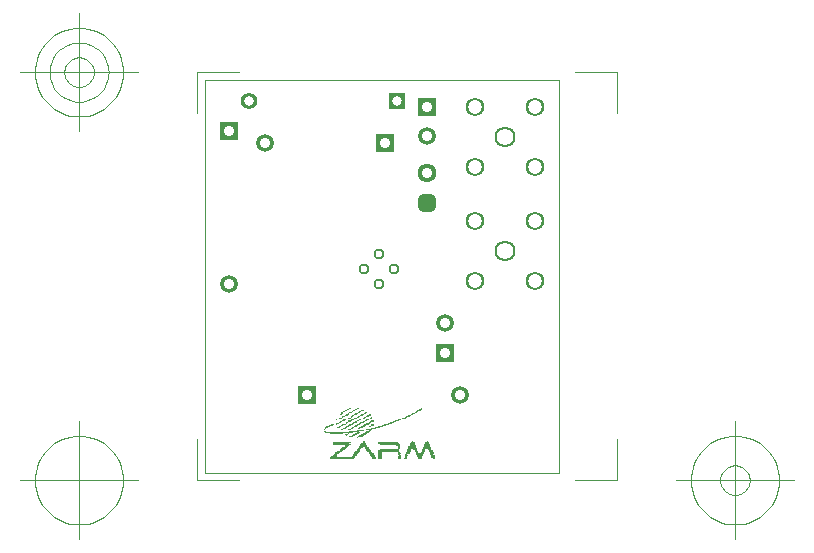
<source format=gbr>
G04 Generated by Ultiboard 10.0 *
%FSLAX25Y25*%
%MOIN*%

%ADD23C,0.00004*%
%ADD22C,0.00394*%
%ADD44C,0.06224X0.04724*%
%ADD45C,0.07012X0.05512*%
%ADD36C,0.05906X0.03543*%
%ADD37R,0.05906X0.05906X0.03543*%
%ADD35R,0.05512X0.05512X0.03150*%
%ADD34C,0.05512X0.03150*%
%ADD46C,0.03762X0.02362*%
%ADD38R,0.02083X0.02083X0.03917*%
%ADD18C,0.03917*%
%ADD29C,0.06334X0.03500*%


G04 ColorRGB 00FF00 for the following layer *
%LNCopper Top*%
%LPD*%
%FSLAX25Y25*%
%MOIN*%
G54D23*
G36*
X48247Y21085D02*
X48649Y21085D01*
X48649Y21390D01*
X48247Y21390D01*
X48247Y21085D01*
G37*
G36*
X50660Y21085D02*
X51062Y21085D01*
X51062Y21390D01*
X50660Y21390D01*
X50660Y21085D01*
G37*
G36*
X51062Y21085D02*
X51464Y21085D01*
X51464Y21390D01*
X51062Y21390D01*
X51062Y21085D01*
G37*
G36*
X71969Y21085D02*
X72371Y21085D01*
X72371Y21390D01*
X71969Y21390D01*
X71969Y21085D01*
G37*
G36*
X47443Y20780D02*
X47845Y20780D01*
X47845Y21085D01*
X47443Y21085D01*
X47443Y20780D01*
G37*
G36*
X47845Y20780D02*
X48247Y20780D01*
X48247Y21085D01*
X47845Y21085D01*
X47845Y20780D01*
G37*
G36*
X50258Y20780D02*
X50660Y20780D01*
X50660Y21085D01*
X50258Y21085D01*
X50258Y20780D01*
G37*
G36*
X71567Y20780D02*
X71969Y20780D01*
X71969Y21085D01*
X71567Y21085D01*
X71567Y20780D01*
G37*
G36*
X71969Y20780D02*
X72371Y20780D01*
X72371Y21085D01*
X71969Y21085D01*
X71969Y20780D01*
G37*
G36*
X46639Y20475D02*
X47041Y20475D01*
X47041Y20780D01*
X46639Y20780D01*
X46639Y20475D01*
G37*
G36*
X47041Y20475D02*
X47443Y20475D01*
X47443Y20780D01*
X47041Y20780D01*
X47041Y20475D01*
G37*
G36*
X49454Y20475D02*
X49856Y20475D01*
X49856Y20780D01*
X49454Y20780D01*
X49454Y20475D01*
G37*
G36*
X49856Y20475D02*
X50258Y20475D01*
X50258Y20780D01*
X49856Y20780D01*
X49856Y20475D01*
G37*
G36*
X52268Y20475D02*
X52670Y20475D01*
X52670Y20780D01*
X52268Y20780D01*
X52268Y20475D01*
G37*
G36*
X52670Y20475D02*
X53072Y20475D01*
X53072Y20780D01*
X52670Y20780D01*
X52670Y20475D01*
G37*
G36*
X70763Y20475D02*
X71165Y20475D01*
X71165Y20780D01*
X70763Y20780D01*
X70763Y20475D01*
G37*
G36*
X71165Y20475D02*
X71567Y20475D01*
X71567Y20780D01*
X71165Y20780D01*
X71165Y20475D01*
G37*
G36*
X71567Y20475D02*
X71969Y20475D01*
X71969Y20780D01*
X71567Y20780D01*
X71567Y20475D01*
G37*
G36*
X46237Y20169D02*
X46639Y20169D01*
X46639Y20475D01*
X46237Y20475D01*
X46237Y20169D01*
G37*
G36*
X49052Y20169D02*
X49454Y20169D01*
X49454Y20475D01*
X49052Y20475D01*
X49052Y20169D01*
G37*
G36*
X51464Y20169D02*
X51866Y20169D01*
X51866Y20475D01*
X51464Y20475D01*
X51464Y20169D01*
G37*
G36*
X51866Y20169D02*
X52268Y20169D01*
X52268Y20475D01*
X51866Y20475D01*
X51866Y20169D01*
G37*
G36*
X70361Y20169D02*
X70763Y20169D01*
X70763Y20475D01*
X70361Y20475D01*
X70361Y20169D01*
G37*
G36*
X70763Y20169D02*
X71165Y20169D01*
X71165Y20475D01*
X70763Y20475D01*
X70763Y20169D01*
G37*
G36*
X45433Y19864D02*
X45835Y19864D01*
X45835Y20169D01*
X45433Y20169D01*
X45433Y19864D01*
G37*
G36*
X45835Y19864D02*
X46237Y19864D01*
X46237Y20169D01*
X45835Y20169D01*
X45835Y19864D01*
G37*
G36*
X48247Y19864D02*
X48649Y19864D01*
X48649Y20169D01*
X48247Y20169D01*
X48247Y19864D01*
G37*
G36*
X48649Y19864D02*
X49052Y19864D01*
X49052Y20169D01*
X48649Y20169D01*
X48649Y19864D01*
G37*
G36*
X51062Y19864D02*
X51464Y19864D01*
X51464Y20169D01*
X51062Y20169D01*
X51062Y19864D01*
G37*
G36*
X51464Y19864D02*
X51866Y19864D01*
X51866Y20169D01*
X51464Y20169D01*
X51464Y19864D01*
G37*
G36*
X53474Y19864D02*
X53876Y19864D01*
X53876Y20169D01*
X53474Y20169D01*
X53474Y19864D01*
G37*
G36*
X53876Y19864D02*
X54278Y19864D01*
X54278Y20169D01*
X53876Y20169D01*
X53876Y19864D01*
G37*
G36*
X69959Y19864D02*
X70361Y19864D01*
X70361Y20169D01*
X69959Y20169D01*
X69959Y19864D01*
G37*
G36*
X70361Y19864D02*
X70763Y19864D01*
X70763Y20169D01*
X70361Y20169D01*
X70361Y19864D01*
G37*
G36*
X45433Y19559D02*
X45835Y19559D01*
X45835Y19864D01*
X45433Y19864D01*
X45433Y19559D01*
G37*
G36*
X45835Y19559D02*
X46237Y19559D01*
X46237Y19864D01*
X45835Y19864D01*
X45835Y19559D01*
G37*
G36*
X47845Y19559D02*
X48247Y19559D01*
X48247Y19864D01*
X47845Y19864D01*
X47845Y19559D01*
G37*
G36*
X50258Y19559D02*
X50660Y19559D01*
X50660Y19864D01*
X50258Y19864D01*
X50258Y19559D01*
G37*
G36*
X50660Y19559D02*
X51062Y19559D01*
X51062Y19864D01*
X50660Y19864D01*
X50660Y19559D01*
G37*
G36*
X53072Y19559D02*
X53474Y19559D01*
X53474Y19864D01*
X53072Y19864D01*
X53072Y19559D01*
G37*
G36*
X53474Y19559D02*
X53876Y19559D01*
X53876Y19864D01*
X53474Y19864D01*
X53474Y19559D01*
G37*
G36*
X69155Y19559D02*
X69557Y19559D01*
X69557Y19864D01*
X69155Y19864D01*
X69155Y19559D01*
G37*
G36*
X69557Y19559D02*
X69959Y19559D01*
X69959Y19864D01*
X69557Y19864D01*
X69557Y19559D01*
G37*
G36*
X45031Y19254D02*
X45433Y19254D01*
X45433Y19559D01*
X45031Y19559D01*
X45031Y19254D01*
G37*
G36*
X45433Y19254D02*
X45835Y19254D01*
X45835Y19559D01*
X45433Y19559D01*
X45433Y19254D01*
G37*
G36*
X47041Y19254D02*
X47443Y19254D01*
X47443Y19559D01*
X47041Y19559D01*
X47041Y19254D01*
G37*
G36*
X47443Y19254D02*
X47845Y19254D01*
X47845Y19559D01*
X47443Y19559D01*
X47443Y19254D01*
G37*
G36*
X47845Y19254D02*
X48247Y19254D01*
X48247Y19559D01*
X47845Y19559D01*
X47845Y19254D01*
G37*
G36*
X49856Y19254D02*
X50258Y19254D01*
X50258Y19559D01*
X49856Y19559D01*
X49856Y19254D01*
G37*
G36*
X50258Y19254D02*
X50660Y19254D01*
X50660Y19559D01*
X50258Y19559D01*
X50258Y19254D01*
G37*
G36*
X52268Y19254D02*
X52670Y19254D01*
X52670Y19559D01*
X52268Y19559D01*
X52268Y19254D01*
G37*
G36*
X52670Y19254D02*
X53072Y19254D01*
X53072Y19559D01*
X52670Y19559D01*
X52670Y19254D01*
G37*
G36*
X54680Y19254D02*
X55082Y19254D01*
X55082Y19559D01*
X54680Y19559D01*
X54680Y19254D01*
G37*
G36*
X55082Y19254D02*
X55485Y19254D01*
X55485Y19559D01*
X55082Y19559D01*
X55082Y19254D01*
G37*
G36*
X68753Y19254D02*
X69155Y19254D01*
X69155Y19559D01*
X68753Y19559D01*
X68753Y19254D01*
G37*
G36*
X69155Y19254D02*
X69557Y19254D01*
X69557Y19559D01*
X69155Y19559D01*
X69155Y19254D01*
G37*
G36*
X46639Y18949D02*
X47041Y18949D01*
X47041Y19254D01*
X46639Y19254D01*
X46639Y18949D01*
G37*
G36*
X47041Y18949D02*
X47443Y18949D01*
X47443Y19254D01*
X47041Y19254D01*
X47041Y18949D01*
G37*
G36*
X47443Y18949D02*
X47845Y18949D01*
X47845Y19254D01*
X47443Y19254D01*
X47443Y18949D01*
G37*
G36*
X49052Y18949D02*
X49454Y18949D01*
X49454Y19254D01*
X49052Y19254D01*
X49052Y18949D01*
G37*
G36*
X49454Y18949D02*
X49856Y18949D01*
X49856Y19254D01*
X49454Y19254D01*
X49454Y18949D01*
G37*
G36*
X51866Y18949D02*
X52268Y18949D01*
X52268Y19254D01*
X51866Y19254D01*
X51866Y18949D01*
G37*
G36*
X52268Y18949D02*
X52670Y18949D01*
X52670Y19254D01*
X52268Y19254D01*
X52268Y18949D01*
G37*
G36*
X54278Y18949D02*
X54680Y18949D01*
X54680Y19254D01*
X54278Y19254D01*
X54278Y18949D01*
G37*
G36*
X54680Y18949D02*
X55082Y18949D01*
X55082Y19254D01*
X54680Y19254D01*
X54680Y18949D01*
G37*
G36*
X55082Y18949D02*
X55485Y18949D01*
X55485Y19254D01*
X55082Y19254D01*
X55082Y18949D01*
G37*
G36*
X67948Y18949D02*
X68351Y18949D01*
X68351Y19254D01*
X67948Y19254D01*
X67948Y18949D01*
G37*
G36*
X68351Y18949D02*
X68753Y18949D01*
X68753Y19254D01*
X68351Y19254D01*
X68351Y18949D01*
G37*
G36*
X45835Y18644D02*
X46237Y18644D01*
X46237Y18949D01*
X45835Y18949D01*
X45835Y18644D01*
G37*
G36*
X46237Y18644D02*
X46639Y18644D01*
X46639Y18949D01*
X46237Y18949D01*
X46237Y18644D01*
G37*
G36*
X48649Y18644D02*
X49052Y18644D01*
X49052Y18949D01*
X48649Y18949D01*
X48649Y18644D01*
G37*
G36*
X49052Y18644D02*
X49454Y18644D01*
X49454Y18949D01*
X49052Y18949D01*
X49052Y18644D01*
G37*
G36*
X51062Y18644D02*
X51464Y18644D01*
X51464Y18949D01*
X51062Y18949D01*
X51062Y18644D01*
G37*
G36*
X51464Y18644D02*
X51866Y18644D01*
X51866Y18949D01*
X51464Y18949D01*
X51464Y18644D01*
G37*
G36*
X53876Y18644D02*
X54278Y18644D01*
X54278Y18949D01*
X53876Y18949D01*
X53876Y18644D01*
G37*
G36*
X54278Y18644D02*
X54680Y18644D01*
X54680Y18949D01*
X54278Y18949D01*
X54278Y18644D01*
G37*
G36*
X67144Y18644D02*
X67546Y18644D01*
X67546Y18949D01*
X67144Y18949D01*
X67144Y18644D01*
G37*
G36*
X67546Y18644D02*
X67948Y18644D01*
X67948Y18949D01*
X67546Y18949D01*
X67546Y18644D01*
G37*
G36*
X67948Y18644D02*
X68351Y18644D01*
X68351Y18949D01*
X67948Y18949D01*
X67948Y18644D01*
G37*
G36*
X45835Y18339D02*
X46237Y18339D01*
X46237Y18644D01*
X45835Y18644D01*
X45835Y18339D01*
G37*
G36*
X48649Y18339D02*
X49052Y18339D01*
X49052Y18644D01*
X48649Y18644D01*
X48649Y18339D01*
G37*
G36*
X50660Y18339D02*
X51062Y18339D01*
X51062Y18644D01*
X50660Y18644D01*
X50660Y18339D01*
G37*
G36*
X51062Y18339D02*
X51464Y18339D01*
X51464Y18644D01*
X51062Y18644D01*
X51062Y18339D01*
G37*
G36*
X53072Y18339D02*
X53474Y18339D01*
X53474Y18644D01*
X53072Y18644D01*
X53072Y18339D01*
G37*
G36*
X53474Y18339D02*
X53876Y18339D01*
X53876Y18644D01*
X53474Y18644D01*
X53474Y18339D01*
G37*
G36*
X55485Y18339D02*
X55887Y18339D01*
X55887Y18644D01*
X55485Y18644D01*
X55485Y18339D01*
G37*
G36*
X66742Y18339D02*
X67144Y18339D01*
X67144Y18644D01*
X66742Y18644D01*
X66742Y18339D01*
G37*
G36*
X67144Y18339D02*
X67546Y18339D01*
X67546Y18644D01*
X67144Y18644D01*
X67144Y18339D01*
G37*
G36*
X44629Y18034D02*
X45031Y18034D01*
X45031Y18339D01*
X44629Y18339D01*
X44629Y18034D01*
G37*
G36*
X45031Y18034D02*
X45433Y18034D01*
X45433Y18339D01*
X45031Y18339D01*
X45031Y18034D01*
G37*
G36*
X45433Y18034D02*
X45835Y18034D01*
X45835Y18339D01*
X45433Y18339D01*
X45433Y18034D01*
G37*
G36*
X47845Y18034D02*
X48247Y18034D01*
X48247Y18339D01*
X47845Y18339D01*
X47845Y18034D01*
G37*
G36*
X48247Y18034D02*
X48649Y18034D01*
X48649Y18339D01*
X48247Y18339D01*
X48247Y18034D01*
G37*
G36*
X49856Y18034D02*
X50258Y18034D01*
X50258Y18339D01*
X49856Y18339D01*
X49856Y18034D01*
G37*
G36*
X50258Y18034D02*
X50660Y18034D01*
X50660Y18339D01*
X50258Y18339D01*
X50258Y18034D01*
G37*
G36*
X52670Y18034D02*
X53072Y18034D01*
X53072Y18339D01*
X52670Y18339D01*
X52670Y18034D01*
G37*
G36*
X53072Y18034D02*
X53474Y18034D01*
X53474Y18339D01*
X53072Y18339D01*
X53072Y18034D01*
G37*
G36*
X55082Y18034D02*
X55485Y18034D01*
X55485Y18339D01*
X55082Y18339D01*
X55082Y18034D01*
G37*
G36*
X55485Y18034D02*
X55887Y18034D01*
X55887Y18339D01*
X55485Y18339D01*
X55485Y18034D01*
G37*
G36*
X65938Y18034D02*
X66340Y18034D01*
X66340Y18339D01*
X65938Y18339D01*
X65938Y18034D01*
G37*
G36*
X66340Y18034D02*
X66742Y18034D01*
X66742Y18339D01*
X66340Y18339D01*
X66340Y18034D01*
G37*
G36*
X66742Y18034D02*
X67144Y18034D01*
X67144Y18339D01*
X66742Y18339D01*
X66742Y18034D01*
G37*
G36*
X43825Y17729D02*
X44227Y17729D01*
X44227Y18034D01*
X43825Y18034D01*
X43825Y17729D01*
G37*
G36*
X44227Y17729D02*
X44629Y17729D01*
X44629Y18034D01*
X44227Y18034D01*
X44227Y17729D01*
G37*
G36*
X44629Y17729D02*
X45031Y17729D01*
X45031Y18034D01*
X44629Y18034D01*
X44629Y17729D01*
G37*
G36*
X45031Y17729D02*
X45433Y17729D01*
X45433Y18034D01*
X45031Y18034D01*
X45031Y17729D01*
G37*
G36*
X47041Y17729D02*
X47443Y17729D01*
X47443Y18034D01*
X47041Y18034D01*
X47041Y17729D01*
G37*
G36*
X47443Y17729D02*
X47845Y17729D01*
X47845Y18034D01*
X47443Y18034D01*
X47443Y17729D01*
G37*
G36*
X49454Y17729D02*
X49856Y17729D01*
X49856Y18034D01*
X49454Y18034D01*
X49454Y17729D01*
G37*
G36*
X49856Y17729D02*
X50258Y17729D01*
X50258Y18034D01*
X49856Y18034D01*
X49856Y17729D01*
G37*
G36*
X51866Y17729D02*
X52268Y17729D01*
X52268Y18034D01*
X51866Y18034D01*
X51866Y17729D01*
G37*
G36*
X52268Y17729D02*
X52670Y17729D01*
X52670Y18034D01*
X52268Y18034D01*
X52268Y17729D01*
G37*
G36*
X54278Y17729D02*
X54680Y17729D01*
X54680Y18034D01*
X54278Y18034D01*
X54278Y17729D01*
G37*
G36*
X54680Y17729D02*
X55082Y17729D01*
X55082Y18034D01*
X54680Y18034D01*
X54680Y17729D01*
G37*
G36*
X55082Y17729D02*
X55485Y17729D01*
X55485Y18034D01*
X55082Y18034D01*
X55082Y17729D01*
G37*
G36*
X65134Y17729D02*
X65536Y17729D01*
X65536Y18034D01*
X65134Y18034D01*
X65134Y17729D01*
G37*
G36*
X65536Y17729D02*
X65938Y17729D01*
X65938Y18034D01*
X65536Y18034D01*
X65536Y17729D01*
G37*
G36*
X65938Y17729D02*
X66340Y17729D01*
X66340Y18034D01*
X65938Y18034D01*
X65938Y17729D01*
G37*
G36*
X43825Y17424D02*
X44227Y17424D01*
X44227Y17729D01*
X43825Y17729D01*
X43825Y17424D01*
G37*
G36*
X46237Y17424D02*
X46639Y17424D01*
X46639Y17729D01*
X46237Y17729D01*
X46237Y17424D01*
G37*
G36*
X46639Y17424D02*
X47041Y17424D01*
X47041Y17729D01*
X46639Y17729D01*
X46639Y17424D01*
G37*
G36*
X48649Y17424D02*
X49052Y17424D01*
X49052Y17729D01*
X48649Y17729D01*
X48649Y17424D01*
G37*
G36*
X49052Y17424D02*
X49454Y17424D01*
X49454Y17729D01*
X49052Y17729D01*
X49052Y17424D01*
G37*
G36*
X49454Y17424D02*
X49856Y17424D01*
X49856Y17729D01*
X49454Y17729D01*
X49454Y17424D01*
G37*
G36*
X51464Y17424D02*
X51866Y17424D01*
X51866Y17729D01*
X51464Y17729D01*
X51464Y17424D01*
G37*
G36*
X51866Y17424D02*
X52268Y17424D01*
X52268Y17729D01*
X51866Y17729D01*
X51866Y17424D01*
G37*
G36*
X53876Y17424D02*
X54278Y17424D01*
X54278Y17729D01*
X53876Y17729D01*
X53876Y17424D01*
G37*
G36*
X54278Y17424D02*
X54680Y17424D01*
X54680Y17729D01*
X54278Y17729D01*
X54278Y17424D01*
G37*
G36*
X64330Y17424D02*
X64732Y17424D01*
X64732Y17729D01*
X64330Y17729D01*
X64330Y17424D01*
G37*
G36*
X64732Y17424D02*
X65134Y17424D01*
X65134Y17729D01*
X64732Y17729D01*
X64732Y17424D01*
G37*
G36*
X65134Y17424D02*
X65536Y17424D01*
X65536Y17729D01*
X65134Y17729D01*
X65134Y17424D01*
G37*
G36*
X45835Y17119D02*
X46237Y17119D01*
X46237Y17424D01*
X45835Y17424D01*
X45835Y17119D01*
G37*
G36*
X46237Y17119D02*
X46639Y17119D01*
X46639Y17424D01*
X46237Y17424D01*
X46237Y17119D01*
G37*
G36*
X47845Y17119D02*
X48247Y17119D01*
X48247Y17424D01*
X47845Y17424D01*
X47845Y17119D01*
G37*
G36*
X48247Y17119D02*
X48649Y17119D01*
X48649Y17424D01*
X48247Y17424D01*
X48247Y17119D01*
G37*
G36*
X48649Y17119D02*
X49052Y17119D01*
X49052Y17424D01*
X48649Y17424D01*
X48649Y17119D01*
G37*
G36*
X50660Y17119D02*
X51062Y17119D01*
X51062Y17424D01*
X50660Y17424D01*
X50660Y17119D01*
G37*
G36*
X51062Y17119D02*
X51464Y17119D01*
X51464Y17424D01*
X51062Y17424D01*
X51062Y17119D01*
G37*
G36*
X53474Y17119D02*
X53876Y17119D01*
X53876Y17424D01*
X53474Y17424D01*
X53474Y17119D01*
G37*
G36*
X53876Y17119D02*
X54278Y17119D01*
X54278Y17424D01*
X53876Y17424D01*
X53876Y17119D01*
G37*
G36*
X55485Y17119D02*
X55887Y17119D01*
X55887Y17424D01*
X55485Y17424D01*
X55485Y17119D01*
G37*
G36*
X55887Y17119D02*
X56289Y17119D01*
X56289Y17424D01*
X55887Y17424D01*
X55887Y17119D01*
G37*
G36*
X63526Y17119D02*
X63928Y17119D01*
X63928Y17424D01*
X63526Y17424D01*
X63526Y17119D01*
G37*
G36*
X63928Y17119D02*
X64330Y17119D01*
X64330Y17424D01*
X63928Y17424D01*
X63928Y17119D01*
G37*
G36*
X64330Y17119D02*
X64732Y17119D01*
X64732Y17424D01*
X64330Y17424D01*
X64330Y17119D01*
G37*
G36*
X45031Y16814D02*
X45433Y16814D01*
X45433Y17119D01*
X45031Y17119D01*
X45031Y16814D01*
G37*
G36*
X45433Y16814D02*
X45835Y16814D01*
X45835Y17119D01*
X45433Y17119D01*
X45433Y16814D01*
G37*
G36*
X47845Y16814D02*
X48247Y16814D01*
X48247Y17119D01*
X47845Y17119D01*
X47845Y16814D01*
G37*
G36*
X48247Y16814D02*
X48649Y16814D01*
X48649Y17119D01*
X48247Y17119D01*
X48247Y16814D01*
G37*
G36*
X50258Y16814D02*
X50660Y16814D01*
X50660Y17119D01*
X50258Y17119D01*
X50258Y16814D01*
G37*
G36*
X52670Y16814D02*
X53072Y16814D01*
X53072Y17119D01*
X52670Y17119D01*
X52670Y16814D01*
G37*
G36*
X53072Y16814D02*
X53474Y16814D01*
X53474Y17119D01*
X53072Y17119D01*
X53072Y16814D01*
G37*
G36*
X55082Y16814D02*
X55485Y16814D01*
X55485Y17119D01*
X55082Y17119D01*
X55082Y16814D01*
G37*
G36*
X55485Y16814D02*
X55887Y16814D01*
X55887Y17119D01*
X55485Y17119D01*
X55485Y16814D01*
G37*
G36*
X55887Y16814D02*
X56289Y16814D01*
X56289Y17119D01*
X55887Y17119D01*
X55887Y16814D01*
G37*
G36*
X62722Y16814D02*
X63124Y16814D01*
X63124Y17119D01*
X62722Y17119D01*
X62722Y16814D01*
G37*
G36*
X63124Y16814D02*
X63526Y16814D01*
X63526Y17119D01*
X63124Y17119D01*
X63124Y16814D01*
G37*
G36*
X63526Y16814D02*
X63928Y16814D01*
X63928Y17119D01*
X63526Y17119D01*
X63526Y16814D01*
G37*
G36*
X44629Y16508D02*
X45031Y16508D01*
X45031Y16814D01*
X44629Y16814D01*
X44629Y16508D01*
G37*
G36*
X45031Y16508D02*
X45433Y16508D01*
X45433Y16814D01*
X45031Y16814D01*
X45031Y16508D01*
G37*
G36*
X47041Y16508D02*
X47443Y16508D01*
X47443Y16814D01*
X47041Y16814D01*
X47041Y16508D01*
G37*
G36*
X47443Y16508D02*
X47845Y16508D01*
X47845Y16814D01*
X47443Y16814D01*
X47443Y16508D01*
G37*
G36*
X49454Y16508D02*
X49856Y16508D01*
X49856Y16814D01*
X49454Y16814D01*
X49454Y16508D01*
G37*
G36*
X49856Y16508D02*
X50258Y16508D01*
X50258Y16814D01*
X49856Y16814D01*
X49856Y16508D01*
G37*
G36*
X50258Y16508D02*
X50660Y16508D01*
X50660Y16814D01*
X50258Y16814D01*
X50258Y16508D01*
G37*
G36*
X51866Y16508D02*
X52268Y16508D01*
X52268Y16814D01*
X51866Y16814D01*
X51866Y16508D01*
G37*
G36*
X52268Y16508D02*
X52670Y16508D01*
X52670Y16814D01*
X52268Y16814D01*
X52268Y16508D01*
G37*
G36*
X52670Y16508D02*
X53072Y16508D01*
X53072Y16814D01*
X52670Y16814D01*
X52670Y16508D01*
G37*
G36*
X54680Y16508D02*
X55082Y16508D01*
X55082Y16814D01*
X54680Y16814D01*
X54680Y16508D01*
G37*
G36*
X55082Y16508D02*
X55485Y16508D01*
X55485Y16814D01*
X55082Y16814D01*
X55082Y16508D01*
G37*
G36*
X61918Y16508D02*
X62320Y16508D01*
X62320Y16814D01*
X61918Y16814D01*
X61918Y16508D01*
G37*
G36*
X62320Y16508D02*
X62722Y16508D01*
X62722Y16814D01*
X62320Y16814D01*
X62320Y16508D01*
G37*
G36*
X62722Y16508D02*
X63124Y16508D01*
X63124Y16814D01*
X62722Y16814D01*
X62722Y16508D01*
G37*
G36*
X43825Y16203D02*
X44227Y16203D01*
X44227Y16508D01*
X43825Y16508D01*
X43825Y16203D01*
G37*
G36*
X44227Y16203D02*
X44629Y16203D01*
X44629Y16508D01*
X44227Y16508D01*
X44227Y16203D01*
G37*
G36*
X47041Y16203D02*
X47443Y16203D01*
X47443Y16508D01*
X47041Y16508D01*
X47041Y16203D01*
G37*
G36*
X49052Y16203D02*
X49454Y16203D01*
X49454Y16508D01*
X49052Y16508D01*
X49052Y16203D01*
G37*
G36*
X49454Y16203D02*
X49856Y16203D01*
X49856Y16508D01*
X49454Y16508D01*
X49454Y16203D01*
G37*
G36*
X51464Y16203D02*
X51866Y16203D01*
X51866Y16508D01*
X51464Y16508D01*
X51464Y16203D01*
G37*
G36*
X51866Y16203D02*
X52268Y16203D01*
X52268Y16508D01*
X51866Y16508D01*
X51866Y16203D01*
G37*
G36*
X53876Y16203D02*
X54278Y16203D01*
X54278Y16508D01*
X53876Y16508D01*
X53876Y16203D01*
G37*
G36*
X54278Y16203D02*
X54680Y16203D01*
X54680Y16508D01*
X54278Y16508D01*
X54278Y16203D01*
G37*
G36*
X54680Y16203D02*
X55082Y16203D01*
X55082Y16508D01*
X54680Y16508D01*
X54680Y16203D01*
G37*
G36*
X61113Y16203D02*
X61515Y16203D01*
X61515Y16508D01*
X61113Y16508D01*
X61113Y16203D01*
G37*
G36*
X61515Y16203D02*
X61918Y16203D01*
X61918Y16508D01*
X61515Y16508D01*
X61515Y16203D01*
G37*
G36*
X61918Y16203D02*
X62320Y16203D01*
X62320Y16508D01*
X61918Y16508D01*
X61918Y16203D01*
G37*
G36*
X42216Y15898D02*
X42619Y15898D01*
X42619Y16203D01*
X42216Y16203D01*
X42216Y15898D01*
G37*
G36*
X42619Y15898D02*
X43021Y15898D01*
X43021Y16203D01*
X42619Y16203D01*
X42619Y15898D01*
G37*
G36*
X43825Y15898D02*
X44227Y15898D01*
X44227Y16203D01*
X43825Y16203D01*
X43825Y15898D01*
G37*
G36*
X45835Y15898D02*
X46237Y15898D01*
X46237Y16203D01*
X45835Y16203D01*
X45835Y15898D01*
G37*
G36*
X46237Y15898D02*
X46639Y15898D01*
X46639Y16203D01*
X46237Y16203D01*
X46237Y15898D01*
G37*
G36*
X46639Y15898D02*
X47041Y15898D01*
X47041Y16203D01*
X46639Y16203D01*
X46639Y15898D01*
G37*
G36*
X48247Y15898D02*
X48649Y15898D01*
X48649Y16203D01*
X48247Y16203D01*
X48247Y15898D01*
G37*
G36*
X48649Y15898D02*
X49052Y15898D01*
X49052Y16203D01*
X48649Y16203D01*
X48649Y15898D01*
G37*
G36*
X49052Y15898D02*
X49454Y15898D01*
X49454Y16203D01*
X49052Y16203D01*
X49052Y15898D01*
G37*
G36*
X50660Y15898D02*
X51062Y15898D01*
X51062Y16203D01*
X50660Y16203D01*
X50660Y15898D01*
G37*
G36*
X51062Y15898D02*
X51464Y15898D01*
X51464Y16203D01*
X51062Y16203D01*
X51062Y15898D01*
G37*
G36*
X51464Y15898D02*
X51866Y15898D01*
X51866Y16203D01*
X51464Y16203D01*
X51464Y15898D01*
G37*
G36*
X53072Y15898D02*
X53474Y15898D01*
X53474Y16203D01*
X53072Y16203D01*
X53072Y15898D01*
G37*
G36*
X53474Y15898D02*
X53876Y15898D01*
X53876Y16203D01*
X53474Y16203D01*
X53474Y15898D01*
G37*
G36*
X53876Y15898D02*
X54278Y15898D01*
X54278Y16203D01*
X53876Y16203D01*
X53876Y15898D01*
G37*
G36*
X54278Y15898D02*
X54680Y15898D01*
X54680Y16203D01*
X54278Y16203D01*
X54278Y15898D01*
G37*
G36*
X55485Y15898D02*
X55887Y15898D01*
X55887Y16203D01*
X55485Y16203D01*
X55485Y15898D01*
G37*
G36*
X55887Y15898D02*
X56289Y15898D01*
X56289Y16203D01*
X55887Y16203D01*
X55887Y15898D01*
G37*
G36*
X59907Y15898D02*
X60309Y15898D01*
X60309Y16203D01*
X59907Y16203D01*
X59907Y15898D01*
G37*
G36*
X60309Y15898D02*
X60711Y15898D01*
X60711Y16203D01*
X60309Y16203D01*
X60309Y15898D01*
G37*
G36*
X60711Y15898D02*
X61113Y15898D01*
X61113Y16203D01*
X60711Y16203D01*
X60711Y15898D01*
G37*
G36*
X61113Y15898D02*
X61515Y15898D01*
X61515Y16203D01*
X61113Y16203D01*
X61113Y15898D01*
G37*
G36*
X41412Y15593D02*
X41814Y15593D01*
X41814Y15898D01*
X41412Y15898D01*
X41412Y15593D01*
G37*
G36*
X41814Y15593D02*
X42216Y15593D01*
X42216Y15898D01*
X41814Y15898D01*
X41814Y15593D01*
G37*
G36*
X42216Y15593D02*
X42619Y15593D01*
X42619Y15898D01*
X42216Y15898D01*
X42216Y15593D01*
G37*
G36*
X45433Y15593D02*
X45835Y15593D01*
X45835Y15898D01*
X45433Y15898D01*
X45433Y15593D01*
G37*
G36*
X45835Y15593D02*
X46237Y15593D01*
X46237Y15898D01*
X45835Y15898D01*
X45835Y15593D01*
G37*
G36*
X47845Y15593D02*
X48247Y15593D01*
X48247Y15898D01*
X47845Y15898D01*
X47845Y15593D01*
G37*
G36*
X48247Y15593D02*
X48649Y15593D01*
X48649Y15898D01*
X48247Y15898D01*
X48247Y15593D01*
G37*
G36*
X50258Y15593D02*
X50660Y15593D01*
X50660Y15898D01*
X50258Y15898D01*
X50258Y15593D01*
G37*
G36*
X50660Y15593D02*
X51062Y15593D01*
X51062Y15898D01*
X50660Y15898D01*
X50660Y15593D01*
G37*
G36*
X52670Y15593D02*
X53072Y15593D01*
X53072Y15898D01*
X52670Y15898D01*
X52670Y15593D01*
G37*
G36*
X53072Y15593D02*
X53474Y15593D01*
X53474Y15898D01*
X53072Y15898D01*
X53072Y15593D01*
G37*
G36*
X53474Y15593D02*
X53876Y15593D01*
X53876Y15898D01*
X53474Y15898D01*
X53474Y15593D01*
G37*
G36*
X55485Y15593D02*
X55887Y15593D01*
X55887Y15898D01*
X55485Y15898D01*
X55485Y15593D01*
G37*
G36*
X55887Y15593D02*
X56289Y15593D01*
X56289Y15898D01*
X55887Y15898D01*
X55887Y15593D01*
G37*
G36*
X59103Y15593D02*
X59505Y15593D01*
X59505Y15898D01*
X59103Y15898D01*
X59103Y15593D01*
G37*
G36*
X59505Y15593D02*
X59907Y15593D01*
X59907Y15898D01*
X59505Y15898D01*
X59505Y15593D01*
G37*
G36*
X59907Y15593D02*
X60309Y15593D01*
X60309Y15898D01*
X59907Y15898D01*
X59907Y15593D01*
G37*
G36*
X40608Y15288D02*
X41010Y15288D01*
X41010Y15593D01*
X40608Y15593D01*
X40608Y15288D01*
G37*
G36*
X41010Y15288D02*
X41412Y15288D01*
X41412Y15593D01*
X41010Y15593D01*
X41010Y15288D01*
G37*
G36*
X41412Y15288D02*
X41814Y15288D01*
X41814Y15593D01*
X41412Y15593D01*
X41412Y15288D01*
G37*
G36*
X44629Y15288D02*
X45031Y15288D01*
X45031Y15593D01*
X44629Y15593D01*
X44629Y15288D01*
G37*
G36*
X45031Y15288D02*
X45433Y15288D01*
X45433Y15593D01*
X45031Y15593D01*
X45031Y15288D01*
G37*
G36*
X47041Y15288D02*
X47443Y15288D01*
X47443Y15593D01*
X47041Y15593D01*
X47041Y15288D01*
G37*
G36*
X47443Y15288D02*
X47845Y15288D01*
X47845Y15593D01*
X47443Y15593D01*
X47443Y15288D01*
G37*
G36*
X47845Y15288D02*
X48247Y15288D01*
X48247Y15593D01*
X47845Y15593D01*
X47845Y15288D01*
G37*
G36*
X49856Y15288D02*
X50258Y15288D01*
X50258Y15593D01*
X49856Y15593D01*
X49856Y15288D01*
G37*
G36*
X50258Y15288D02*
X50660Y15288D01*
X50660Y15593D01*
X50258Y15593D01*
X50258Y15288D01*
G37*
G36*
X52268Y15288D02*
X52670Y15288D01*
X52670Y15593D01*
X52268Y15593D01*
X52268Y15288D01*
G37*
G36*
X52670Y15288D02*
X53072Y15288D01*
X53072Y15593D01*
X52670Y15593D01*
X52670Y15288D01*
G37*
G36*
X53072Y15288D02*
X53474Y15288D01*
X53474Y15593D01*
X53072Y15593D01*
X53072Y15288D01*
G37*
G36*
X54680Y15288D02*
X55082Y15288D01*
X55082Y15593D01*
X54680Y15593D01*
X54680Y15288D01*
G37*
G36*
X55082Y15288D02*
X55485Y15288D01*
X55485Y15593D01*
X55082Y15593D01*
X55082Y15288D01*
G37*
G36*
X57897Y15288D02*
X58299Y15288D01*
X58299Y15593D01*
X57897Y15593D01*
X57897Y15288D01*
G37*
G36*
X58299Y15288D02*
X58701Y15288D01*
X58701Y15593D01*
X58299Y15593D01*
X58299Y15288D01*
G37*
G36*
X58701Y15288D02*
X59103Y15288D01*
X59103Y15593D01*
X58701Y15593D01*
X58701Y15288D01*
G37*
G36*
X59103Y15288D02*
X59505Y15288D01*
X59505Y15593D01*
X59103Y15593D01*
X59103Y15288D01*
G37*
G36*
X40206Y14983D02*
X40608Y14983D01*
X40608Y15288D01*
X40206Y15288D01*
X40206Y14983D01*
G37*
G36*
X40608Y14983D02*
X41010Y14983D01*
X41010Y15288D01*
X40608Y15288D01*
X40608Y14983D01*
G37*
G36*
X44227Y14983D02*
X44629Y14983D01*
X44629Y15288D01*
X44227Y15288D01*
X44227Y14983D01*
G37*
G36*
X44629Y14983D02*
X45031Y14983D01*
X45031Y15288D01*
X44629Y15288D01*
X44629Y14983D01*
G37*
G36*
X46639Y14983D02*
X47041Y14983D01*
X47041Y15288D01*
X46639Y15288D01*
X46639Y14983D01*
G37*
G36*
X47041Y14983D02*
X47443Y14983D01*
X47443Y15288D01*
X47041Y15288D01*
X47041Y14983D01*
G37*
G36*
X49052Y14983D02*
X49454Y14983D01*
X49454Y15288D01*
X49052Y15288D01*
X49052Y14983D01*
G37*
G36*
X49454Y14983D02*
X49856Y14983D01*
X49856Y15288D01*
X49454Y15288D01*
X49454Y14983D01*
G37*
G36*
X51464Y14983D02*
X51866Y14983D01*
X51866Y15288D01*
X51464Y15288D01*
X51464Y14983D01*
G37*
G36*
X51866Y14983D02*
X52268Y14983D01*
X52268Y15288D01*
X51866Y15288D01*
X51866Y14983D01*
G37*
G36*
X52268Y14983D02*
X52670Y14983D01*
X52670Y15288D01*
X52268Y15288D01*
X52268Y14983D01*
G37*
G36*
X56691Y14983D02*
X57093Y14983D01*
X57093Y15288D01*
X56691Y15288D01*
X56691Y14983D01*
G37*
G36*
X57093Y14983D02*
X57495Y14983D01*
X57495Y15288D01*
X57093Y15288D01*
X57093Y14983D01*
G37*
G36*
X57495Y14983D02*
X57897Y14983D01*
X57897Y15288D01*
X57495Y15288D01*
X57495Y14983D01*
G37*
G36*
X57897Y14983D02*
X58299Y14983D01*
X58299Y15288D01*
X57897Y15288D01*
X57897Y14983D01*
G37*
G36*
X40206Y14678D02*
X40608Y14678D01*
X40608Y14983D01*
X40206Y14983D01*
X40206Y14678D01*
G37*
G36*
X46237Y14678D02*
X46639Y14678D01*
X46639Y14983D01*
X46237Y14983D01*
X46237Y14678D01*
G37*
G36*
X46639Y14678D02*
X47041Y14678D01*
X47041Y14983D01*
X46639Y14983D01*
X46639Y14678D01*
G37*
G36*
X48649Y14678D02*
X49052Y14678D01*
X49052Y14983D01*
X48649Y14983D01*
X48649Y14678D01*
G37*
G36*
X49052Y14678D02*
X49454Y14678D01*
X49454Y14983D01*
X49052Y14983D01*
X49052Y14678D01*
G37*
G36*
X51062Y14678D02*
X51464Y14678D01*
X51464Y14983D01*
X51062Y14983D01*
X51062Y14678D01*
G37*
G36*
X51464Y14678D02*
X51866Y14678D01*
X51866Y14983D01*
X51464Y14983D01*
X51464Y14678D01*
G37*
G36*
X55485Y14678D02*
X55887Y14678D01*
X55887Y14983D01*
X55485Y14983D01*
X55485Y14678D01*
G37*
G36*
X55887Y14678D02*
X56289Y14678D01*
X56289Y14983D01*
X55887Y14983D01*
X55887Y14678D01*
G37*
G36*
X56289Y14678D02*
X56691Y14678D01*
X56691Y14983D01*
X56289Y14983D01*
X56289Y14678D01*
G37*
G36*
X56691Y14678D02*
X57093Y14678D01*
X57093Y14983D01*
X56691Y14983D01*
X56691Y14678D01*
G37*
G36*
X39804Y14373D02*
X40206Y14373D01*
X40206Y14678D01*
X39804Y14678D01*
X39804Y14373D01*
G37*
G36*
X45433Y14373D02*
X45835Y14373D01*
X45835Y14678D01*
X45433Y14678D01*
X45433Y14373D01*
G37*
G36*
X45835Y14373D02*
X46237Y14373D01*
X46237Y14678D01*
X45835Y14678D01*
X45835Y14373D01*
G37*
G36*
X47845Y14373D02*
X48247Y14373D01*
X48247Y14678D01*
X47845Y14678D01*
X47845Y14373D01*
G37*
G36*
X48247Y14373D02*
X48649Y14373D01*
X48649Y14678D01*
X48247Y14678D01*
X48247Y14373D01*
G37*
G36*
X53876Y14373D02*
X54278Y14373D01*
X54278Y14678D01*
X53876Y14678D01*
X53876Y14373D01*
G37*
G36*
X54278Y14373D02*
X54680Y14373D01*
X54680Y14678D01*
X54278Y14678D01*
X54278Y14373D01*
G37*
G36*
X54680Y14373D02*
X55082Y14373D01*
X55082Y14678D01*
X54680Y14678D01*
X54680Y14373D01*
G37*
G36*
X55082Y14373D02*
X55485Y14373D01*
X55485Y14678D01*
X55082Y14678D01*
X55082Y14373D01*
G37*
G36*
X55485Y14373D02*
X55887Y14373D01*
X55887Y14678D01*
X55485Y14678D01*
X55485Y14373D01*
G37*
G36*
X45031Y14068D02*
X45433Y14068D01*
X45433Y14373D01*
X45031Y14373D01*
X45031Y14068D01*
G37*
G36*
X45433Y14068D02*
X45835Y14068D01*
X45835Y14373D01*
X45433Y14373D01*
X45433Y14068D01*
G37*
G36*
X52268Y14068D02*
X52670Y14068D01*
X52670Y14373D01*
X52268Y14373D01*
X52268Y14068D01*
G37*
G36*
X52670Y14068D02*
X53072Y14068D01*
X53072Y14373D01*
X52670Y14373D01*
X52670Y14068D01*
G37*
G36*
X53072Y14068D02*
X53474Y14068D01*
X53474Y14373D01*
X53072Y14373D01*
X53072Y14068D01*
G37*
G36*
X53474Y14068D02*
X53876Y14068D01*
X53876Y14373D01*
X53474Y14373D01*
X53474Y14068D01*
G37*
G36*
X53876Y14068D02*
X54278Y14068D01*
X54278Y14373D01*
X53876Y14373D01*
X53876Y14068D01*
G37*
G36*
X54278Y14068D02*
X54680Y14068D01*
X54680Y14373D01*
X54278Y14373D01*
X54278Y14068D01*
G37*
G36*
X50660Y13763D02*
X51062Y13763D01*
X51062Y14068D01*
X50660Y14068D01*
X50660Y13763D01*
G37*
G36*
X51062Y13763D02*
X51464Y13763D01*
X51464Y14068D01*
X51062Y14068D01*
X51062Y13763D01*
G37*
G36*
X51464Y13763D02*
X51866Y13763D01*
X51866Y14068D01*
X51464Y14068D01*
X51464Y13763D01*
G37*
G36*
X51866Y13763D02*
X52268Y13763D01*
X52268Y14068D01*
X51866Y14068D01*
X51866Y13763D01*
G37*
G36*
X52268Y13763D02*
X52670Y13763D01*
X52670Y14068D01*
X52268Y14068D01*
X52268Y13763D01*
G37*
G36*
X52670Y13763D02*
X53072Y13763D01*
X53072Y14068D01*
X52670Y14068D01*
X52670Y13763D01*
G37*
G36*
X54680Y13763D02*
X55082Y13763D01*
X55082Y14068D01*
X54680Y14068D01*
X54680Y13763D01*
G37*
G36*
X55082Y13763D02*
X55485Y13763D01*
X55485Y14068D01*
X55082Y14068D01*
X55082Y13763D01*
G37*
G36*
X39804Y13458D02*
X40206Y13458D01*
X40206Y13763D01*
X39804Y13763D01*
X39804Y13458D01*
G37*
G36*
X40206Y13458D02*
X40608Y13458D01*
X40608Y13763D01*
X40206Y13763D01*
X40206Y13458D01*
G37*
G36*
X48247Y13458D02*
X48649Y13458D01*
X48649Y13763D01*
X48247Y13763D01*
X48247Y13458D01*
G37*
G36*
X48649Y13458D02*
X49052Y13458D01*
X49052Y13763D01*
X48649Y13763D01*
X48649Y13458D01*
G37*
G36*
X49052Y13458D02*
X49454Y13458D01*
X49454Y13763D01*
X49052Y13763D01*
X49052Y13458D01*
G37*
G36*
X49454Y13458D02*
X49856Y13458D01*
X49856Y13763D01*
X49454Y13763D01*
X49454Y13458D01*
G37*
G36*
X49856Y13458D02*
X50258Y13458D01*
X50258Y13763D01*
X49856Y13763D01*
X49856Y13458D01*
G37*
G36*
X50258Y13458D02*
X50660Y13458D01*
X50660Y13763D01*
X50258Y13763D01*
X50258Y13458D01*
G37*
G36*
X50660Y13458D02*
X51062Y13458D01*
X51062Y13763D01*
X50660Y13763D01*
X50660Y13458D01*
G37*
G36*
X51062Y13458D02*
X51464Y13458D01*
X51464Y13763D01*
X51062Y13763D01*
X51062Y13458D01*
G37*
G36*
X53876Y13458D02*
X54278Y13458D01*
X54278Y13763D01*
X53876Y13763D01*
X53876Y13458D01*
G37*
G36*
X54278Y13458D02*
X54680Y13458D01*
X54680Y13763D01*
X54278Y13763D01*
X54278Y13458D01*
G37*
G36*
X54680Y13458D02*
X55082Y13458D01*
X55082Y13763D01*
X54680Y13763D01*
X54680Y13458D01*
G37*
G36*
X40206Y13153D02*
X40608Y13153D01*
X40608Y13458D01*
X40206Y13458D01*
X40206Y13153D01*
G37*
G36*
X40608Y13153D02*
X41010Y13153D01*
X41010Y13458D01*
X40608Y13458D01*
X40608Y13153D01*
G37*
G36*
X41010Y13153D02*
X41412Y13153D01*
X41412Y13458D01*
X41010Y13458D01*
X41010Y13153D01*
G37*
G36*
X41412Y13153D02*
X41814Y13153D01*
X41814Y13458D01*
X41412Y13458D01*
X41412Y13153D01*
G37*
G36*
X41814Y13153D02*
X42216Y13153D01*
X42216Y13458D01*
X41814Y13458D01*
X41814Y13153D01*
G37*
G36*
X42216Y13153D02*
X42619Y13153D01*
X42619Y13458D01*
X42216Y13458D01*
X42216Y13153D01*
G37*
G36*
X42619Y13153D02*
X43021Y13153D01*
X43021Y13458D01*
X42619Y13458D01*
X42619Y13153D01*
G37*
G36*
X43021Y13153D02*
X43423Y13153D01*
X43423Y13458D01*
X43021Y13458D01*
X43021Y13153D01*
G37*
G36*
X43423Y13153D02*
X43825Y13153D01*
X43825Y13458D01*
X43423Y13458D01*
X43423Y13153D01*
G37*
G36*
X43825Y13153D02*
X44227Y13153D01*
X44227Y13458D01*
X43825Y13458D01*
X43825Y13153D01*
G37*
G36*
X44227Y13153D02*
X44629Y13153D01*
X44629Y13458D01*
X44227Y13458D01*
X44227Y13153D01*
G37*
G36*
X44629Y13153D02*
X45031Y13153D01*
X45031Y13458D01*
X44629Y13458D01*
X44629Y13153D01*
G37*
G36*
X45031Y13153D02*
X45433Y13153D01*
X45433Y13458D01*
X45031Y13458D01*
X45031Y13153D01*
G37*
G36*
X45433Y13153D02*
X45835Y13153D01*
X45835Y13458D01*
X45433Y13458D01*
X45433Y13153D01*
G37*
G36*
X45835Y13153D02*
X46237Y13153D01*
X46237Y13458D01*
X45835Y13458D01*
X45835Y13153D01*
G37*
G36*
X46237Y13153D02*
X46639Y13153D01*
X46639Y13458D01*
X46237Y13458D01*
X46237Y13153D01*
G37*
G36*
X46639Y13153D02*
X47041Y13153D01*
X47041Y13458D01*
X46639Y13458D01*
X46639Y13153D01*
G37*
G36*
X47041Y13153D02*
X47443Y13153D01*
X47443Y13458D01*
X47041Y13458D01*
X47041Y13153D01*
G37*
G36*
X47443Y13153D02*
X47845Y13153D01*
X47845Y13458D01*
X47443Y13458D01*
X47443Y13153D01*
G37*
G36*
X47845Y13153D02*
X48247Y13153D01*
X48247Y13458D01*
X47845Y13458D01*
X47845Y13153D01*
G37*
G36*
X48247Y13153D02*
X48649Y13153D01*
X48649Y13458D01*
X48247Y13458D01*
X48247Y13153D01*
G37*
G36*
X48649Y13153D02*
X49052Y13153D01*
X49052Y13458D01*
X48649Y13458D01*
X48649Y13153D01*
G37*
G36*
X49052Y13153D02*
X49454Y13153D01*
X49454Y13458D01*
X49052Y13458D01*
X49052Y13153D01*
G37*
G36*
X50660Y13153D02*
X51062Y13153D01*
X51062Y13458D01*
X50660Y13458D01*
X50660Y13153D01*
G37*
G36*
X51062Y13153D02*
X51464Y13153D01*
X51464Y13458D01*
X51062Y13458D01*
X51062Y13153D01*
G37*
G36*
X51464Y13153D02*
X51866Y13153D01*
X51866Y13458D01*
X51464Y13458D01*
X51464Y13153D01*
G37*
G36*
X53474Y13153D02*
X53876Y13153D01*
X53876Y13458D01*
X53474Y13458D01*
X53474Y13153D01*
G37*
G36*
X53876Y13153D02*
X54278Y13153D01*
X54278Y13458D01*
X53876Y13458D01*
X53876Y13153D01*
G37*
G36*
X54278Y13153D02*
X54680Y13153D01*
X54680Y13458D01*
X54278Y13458D01*
X54278Y13153D01*
G37*
G36*
X41814Y12847D02*
X42216Y12847D01*
X42216Y13153D01*
X41814Y13153D01*
X41814Y12847D01*
G37*
G36*
X42216Y12847D02*
X42619Y12847D01*
X42619Y13153D01*
X42216Y13153D01*
X42216Y12847D01*
G37*
G36*
X42619Y12847D02*
X43021Y12847D01*
X43021Y13153D01*
X42619Y13153D01*
X42619Y12847D01*
G37*
G36*
X43021Y12847D02*
X43423Y12847D01*
X43423Y13153D01*
X43021Y13153D01*
X43021Y12847D01*
G37*
G36*
X43423Y12847D02*
X43825Y12847D01*
X43825Y13153D01*
X43423Y13153D01*
X43423Y12847D01*
G37*
G36*
X43825Y12847D02*
X44227Y12847D01*
X44227Y13153D01*
X43825Y13153D01*
X43825Y12847D01*
G37*
G36*
X44227Y12847D02*
X44629Y12847D01*
X44629Y13153D01*
X44227Y13153D01*
X44227Y12847D01*
G37*
G36*
X44629Y12847D02*
X45031Y12847D01*
X45031Y13153D01*
X44629Y13153D01*
X44629Y12847D01*
G37*
G36*
X45031Y12847D02*
X45433Y12847D01*
X45433Y13153D01*
X45031Y13153D01*
X45031Y12847D01*
G37*
G36*
X45433Y12847D02*
X45835Y12847D01*
X45835Y13153D01*
X45433Y13153D01*
X45433Y12847D01*
G37*
G36*
X45835Y12847D02*
X46237Y12847D01*
X46237Y13153D01*
X45835Y13153D01*
X45835Y12847D01*
G37*
G36*
X47845Y12847D02*
X48247Y12847D01*
X48247Y13153D01*
X47845Y13153D01*
X47845Y12847D01*
G37*
G36*
X50258Y12847D02*
X50660Y12847D01*
X50660Y13153D01*
X50258Y13153D01*
X50258Y12847D01*
G37*
G36*
X50660Y12847D02*
X51062Y12847D01*
X51062Y13153D01*
X50660Y13153D01*
X50660Y12847D01*
G37*
G36*
X51062Y12847D02*
X51464Y12847D01*
X51464Y13153D01*
X51062Y13153D01*
X51062Y12847D01*
G37*
G36*
X52670Y12847D02*
X53072Y12847D01*
X53072Y13153D01*
X52670Y13153D01*
X52670Y12847D01*
G37*
G36*
X53072Y12847D02*
X53474Y12847D01*
X53474Y13153D01*
X53072Y13153D01*
X53072Y12847D01*
G37*
G36*
X53474Y12847D02*
X53876Y12847D01*
X53876Y13153D01*
X53474Y13153D01*
X53474Y12847D01*
G37*
G36*
X53876Y12847D02*
X54278Y12847D01*
X54278Y13153D01*
X53876Y13153D01*
X53876Y12847D01*
G37*
G36*
X46639Y12542D02*
X47041Y12542D01*
X47041Y12847D01*
X46639Y12847D01*
X46639Y12542D01*
G37*
G36*
X47041Y12542D02*
X47443Y12542D01*
X47443Y12847D01*
X47041Y12847D01*
X47041Y12542D01*
G37*
G36*
X47443Y12542D02*
X47845Y12542D01*
X47845Y12847D01*
X47443Y12847D01*
X47443Y12542D01*
G37*
G36*
X49454Y12542D02*
X49856Y12542D01*
X49856Y12847D01*
X49454Y12847D01*
X49454Y12542D01*
G37*
G36*
X49856Y12542D02*
X50258Y12542D01*
X50258Y12847D01*
X49856Y12847D01*
X49856Y12542D01*
G37*
G36*
X50258Y12542D02*
X50660Y12542D01*
X50660Y12847D01*
X50258Y12847D01*
X50258Y12542D01*
G37*
G36*
X52268Y12542D02*
X52670Y12542D01*
X52670Y12847D01*
X52268Y12847D01*
X52268Y12542D01*
G37*
G36*
X52670Y12542D02*
X53072Y12542D01*
X53072Y12847D01*
X52670Y12847D01*
X52670Y12542D01*
G37*
G36*
X53072Y12542D02*
X53474Y12542D01*
X53474Y12847D01*
X53072Y12847D01*
X53072Y12542D01*
G37*
G36*
X53474Y12542D02*
X53876Y12542D01*
X53876Y12847D01*
X53474Y12847D01*
X53474Y12542D01*
G37*
G36*
X47041Y12237D02*
X47443Y12237D01*
X47443Y12542D01*
X47041Y12542D01*
X47041Y12237D01*
G37*
G36*
X49052Y12237D02*
X49454Y12237D01*
X49454Y12542D01*
X49052Y12542D01*
X49052Y12237D01*
G37*
G36*
X49454Y12237D02*
X49856Y12237D01*
X49856Y12542D01*
X49454Y12542D01*
X49454Y12237D01*
G37*
G36*
X49856Y12237D02*
X50258Y12237D01*
X50258Y12542D01*
X49856Y12542D01*
X49856Y12237D01*
G37*
G36*
X51464Y12237D02*
X51866Y12237D01*
X51866Y12542D01*
X51464Y12542D01*
X51464Y12237D01*
G37*
G36*
X51866Y12237D02*
X52268Y12237D01*
X52268Y12542D01*
X51866Y12542D01*
X51866Y12237D01*
G37*
G36*
X52268Y12237D02*
X52670Y12237D01*
X52670Y12542D01*
X52268Y12542D01*
X52268Y12237D01*
G37*
G36*
X52670Y12237D02*
X53072Y12237D01*
X53072Y12542D01*
X52670Y12542D01*
X52670Y12237D01*
G37*
G36*
X48247Y11932D02*
X48649Y11932D01*
X48649Y12237D01*
X48247Y12237D01*
X48247Y11932D01*
G37*
G36*
X48649Y11932D02*
X49052Y11932D01*
X49052Y12237D01*
X48649Y12237D01*
X48649Y11932D01*
G37*
G36*
X49052Y11932D02*
X49454Y11932D01*
X49454Y12237D01*
X49052Y12237D01*
X49052Y11932D01*
G37*
G36*
X51062Y11932D02*
X51464Y11932D01*
X51464Y12237D01*
X51062Y12237D01*
X51062Y11932D01*
G37*
G36*
X51464Y11932D02*
X51866Y11932D01*
X51866Y12237D01*
X51464Y12237D01*
X51464Y11932D01*
G37*
G36*
X51866Y11932D02*
X52268Y11932D01*
X52268Y12237D01*
X51866Y12237D01*
X51866Y11932D01*
G37*
G36*
X52268Y11932D02*
X52670Y11932D01*
X52670Y12237D01*
X52268Y12237D01*
X52268Y11932D01*
G37*
G36*
X50660Y11627D02*
X51062Y11627D01*
X51062Y11932D01*
X50660Y11932D01*
X50660Y11627D01*
G37*
G36*
X52670Y10102D02*
X53072Y10102D01*
X53072Y10407D01*
X52670Y10407D01*
X52670Y10102D01*
G37*
G36*
X53072Y10102D02*
X53474Y10102D01*
X53474Y10407D01*
X53072Y10407D01*
X53072Y10102D01*
G37*
G36*
X69155Y10102D02*
X69557Y10102D01*
X69557Y10407D01*
X69155Y10407D01*
X69155Y10102D01*
G37*
G36*
X73979Y10102D02*
X74381Y10102D01*
X74381Y10407D01*
X73979Y10407D01*
X73979Y10102D01*
G37*
G36*
X42619Y9797D02*
X43021Y9797D01*
X43021Y10102D01*
X42619Y10102D01*
X42619Y9797D01*
G37*
G36*
X43021Y9797D02*
X43423Y9797D01*
X43423Y10102D01*
X43021Y10102D01*
X43021Y9797D01*
G37*
G36*
X43423Y9797D02*
X43825Y9797D01*
X43825Y10102D01*
X43423Y10102D01*
X43423Y9797D01*
G37*
G36*
X43825Y9797D02*
X44227Y9797D01*
X44227Y10102D01*
X43825Y10102D01*
X43825Y9797D01*
G37*
G36*
X44227Y9797D02*
X44629Y9797D01*
X44629Y10102D01*
X44227Y10102D01*
X44227Y9797D01*
G37*
G36*
X44629Y9797D02*
X45031Y9797D01*
X45031Y10102D01*
X44629Y10102D01*
X44629Y9797D01*
G37*
G36*
X45031Y9797D02*
X45433Y9797D01*
X45433Y10102D01*
X45031Y10102D01*
X45031Y9797D01*
G37*
G36*
X45433Y9797D02*
X45835Y9797D01*
X45835Y10102D01*
X45433Y10102D01*
X45433Y9797D01*
G37*
G36*
X45835Y9797D02*
X46237Y9797D01*
X46237Y10102D01*
X45835Y10102D01*
X45835Y9797D01*
G37*
G36*
X46237Y9797D02*
X46639Y9797D01*
X46639Y10102D01*
X46237Y10102D01*
X46237Y9797D01*
G37*
G36*
X46639Y9797D02*
X47041Y9797D01*
X47041Y10102D01*
X46639Y10102D01*
X46639Y9797D01*
G37*
G36*
X47041Y9797D02*
X47443Y9797D01*
X47443Y10102D01*
X47041Y10102D01*
X47041Y9797D01*
G37*
G36*
X47443Y9797D02*
X47845Y9797D01*
X47845Y10102D01*
X47443Y10102D01*
X47443Y9797D01*
G37*
G36*
X47845Y9797D02*
X48247Y9797D01*
X48247Y10102D01*
X47845Y10102D01*
X47845Y9797D01*
G37*
G36*
X48247Y9797D02*
X48649Y9797D01*
X48649Y10102D01*
X48247Y10102D01*
X48247Y9797D01*
G37*
G36*
X52670Y9797D02*
X53072Y9797D01*
X53072Y10102D01*
X52670Y10102D01*
X52670Y9797D01*
G37*
G36*
X53072Y9797D02*
X53474Y9797D01*
X53474Y10102D01*
X53072Y10102D01*
X53072Y9797D01*
G37*
G36*
X57897Y9797D02*
X58299Y9797D01*
X58299Y10102D01*
X57897Y10102D01*
X57897Y9797D01*
G37*
G36*
X58299Y9797D02*
X58701Y9797D01*
X58701Y10102D01*
X58299Y10102D01*
X58299Y9797D01*
G37*
G36*
X58701Y9797D02*
X59103Y9797D01*
X59103Y10102D01*
X58701Y10102D01*
X58701Y9797D01*
G37*
G36*
X59103Y9797D02*
X59505Y9797D01*
X59505Y10102D01*
X59103Y10102D01*
X59103Y9797D01*
G37*
G36*
X59505Y9797D02*
X59907Y9797D01*
X59907Y10102D01*
X59505Y10102D01*
X59505Y9797D01*
G37*
G36*
X59907Y9797D02*
X60309Y9797D01*
X60309Y10102D01*
X59907Y10102D01*
X59907Y9797D01*
G37*
G36*
X60309Y9797D02*
X60711Y9797D01*
X60711Y10102D01*
X60309Y10102D01*
X60309Y9797D01*
G37*
G36*
X60711Y9797D02*
X61113Y9797D01*
X61113Y10102D01*
X60711Y10102D01*
X60711Y9797D01*
G37*
G36*
X61113Y9797D02*
X61515Y9797D01*
X61515Y10102D01*
X61113Y10102D01*
X61113Y9797D01*
G37*
G36*
X61515Y9797D02*
X61918Y9797D01*
X61918Y10102D01*
X61515Y10102D01*
X61515Y9797D01*
G37*
G36*
X61918Y9797D02*
X62320Y9797D01*
X62320Y10102D01*
X61918Y10102D01*
X61918Y9797D01*
G37*
G36*
X62320Y9797D02*
X62722Y9797D01*
X62722Y10102D01*
X62320Y10102D01*
X62320Y9797D01*
G37*
G36*
X62722Y9797D02*
X63124Y9797D01*
X63124Y10102D01*
X62722Y10102D01*
X62722Y9797D01*
G37*
G36*
X63124Y9797D02*
X63526Y9797D01*
X63526Y10102D01*
X63124Y10102D01*
X63124Y9797D01*
G37*
G36*
X63526Y9797D02*
X63928Y9797D01*
X63928Y10102D01*
X63526Y10102D01*
X63526Y9797D01*
G37*
G36*
X63928Y9797D02*
X64330Y9797D01*
X64330Y10102D01*
X63928Y10102D01*
X63928Y9797D01*
G37*
G36*
X68753Y9797D02*
X69155Y9797D01*
X69155Y10102D01*
X68753Y10102D01*
X68753Y9797D01*
G37*
G36*
X69155Y9797D02*
X69557Y9797D01*
X69557Y10102D01*
X69155Y10102D01*
X69155Y9797D01*
G37*
G36*
X69557Y9797D02*
X69959Y9797D01*
X69959Y10102D01*
X69557Y10102D01*
X69557Y9797D01*
G37*
G36*
X73577Y9797D02*
X73979Y9797D01*
X73979Y10102D01*
X73577Y10102D01*
X73577Y9797D01*
G37*
G36*
X73979Y9797D02*
X74381Y9797D01*
X74381Y10102D01*
X73979Y10102D01*
X73979Y9797D01*
G37*
G36*
X74381Y9797D02*
X74784Y9797D01*
X74784Y10102D01*
X74381Y10102D01*
X74381Y9797D01*
G37*
G36*
X42619Y9492D02*
X43021Y9492D01*
X43021Y9797D01*
X42619Y9797D01*
X42619Y9492D01*
G37*
G36*
X43021Y9492D02*
X43423Y9492D01*
X43423Y9797D01*
X43021Y9797D01*
X43021Y9492D01*
G37*
G36*
X43423Y9492D02*
X43825Y9492D01*
X43825Y9797D01*
X43423Y9797D01*
X43423Y9492D01*
G37*
G36*
X43825Y9492D02*
X44227Y9492D01*
X44227Y9797D01*
X43825Y9797D01*
X43825Y9492D01*
G37*
G36*
X44227Y9492D02*
X44629Y9492D01*
X44629Y9797D01*
X44227Y9797D01*
X44227Y9492D01*
G37*
G36*
X44629Y9492D02*
X45031Y9492D01*
X45031Y9797D01*
X44629Y9797D01*
X44629Y9492D01*
G37*
G36*
X45031Y9492D02*
X45433Y9492D01*
X45433Y9797D01*
X45031Y9797D01*
X45031Y9492D01*
G37*
G36*
X45433Y9492D02*
X45835Y9492D01*
X45835Y9797D01*
X45433Y9797D01*
X45433Y9492D01*
G37*
G36*
X45835Y9492D02*
X46237Y9492D01*
X46237Y9797D01*
X45835Y9797D01*
X45835Y9492D01*
G37*
G36*
X46237Y9492D02*
X46639Y9492D01*
X46639Y9797D01*
X46237Y9797D01*
X46237Y9492D01*
G37*
G36*
X46639Y9492D02*
X47041Y9492D01*
X47041Y9797D01*
X46639Y9797D01*
X46639Y9492D01*
G37*
G36*
X47041Y9492D02*
X47443Y9492D01*
X47443Y9797D01*
X47041Y9797D01*
X47041Y9492D01*
G37*
G36*
X47443Y9492D02*
X47845Y9492D01*
X47845Y9797D01*
X47443Y9797D01*
X47443Y9492D01*
G37*
G36*
X47845Y9492D02*
X48247Y9492D01*
X48247Y9797D01*
X47845Y9797D01*
X47845Y9492D01*
G37*
G36*
X52268Y9492D02*
X52670Y9492D01*
X52670Y9797D01*
X52268Y9797D01*
X52268Y9492D01*
G37*
G36*
X52670Y9492D02*
X53072Y9492D01*
X53072Y9797D01*
X52670Y9797D01*
X52670Y9492D01*
G37*
G36*
X53072Y9492D02*
X53474Y9492D01*
X53474Y9797D01*
X53072Y9797D01*
X53072Y9492D01*
G37*
G36*
X53474Y9492D02*
X53876Y9492D01*
X53876Y9797D01*
X53474Y9797D01*
X53474Y9492D01*
G37*
G36*
X57897Y9492D02*
X58299Y9492D01*
X58299Y9797D01*
X57897Y9797D01*
X57897Y9492D01*
G37*
G36*
X58299Y9492D02*
X58701Y9492D01*
X58701Y9797D01*
X58299Y9797D01*
X58299Y9492D01*
G37*
G36*
X58701Y9492D02*
X59103Y9492D01*
X59103Y9797D01*
X58701Y9797D01*
X58701Y9492D01*
G37*
G36*
X59103Y9492D02*
X59505Y9492D01*
X59505Y9797D01*
X59103Y9797D01*
X59103Y9492D01*
G37*
G36*
X59505Y9492D02*
X59907Y9492D01*
X59907Y9797D01*
X59505Y9797D01*
X59505Y9492D01*
G37*
G36*
X59907Y9492D02*
X60309Y9492D01*
X60309Y9797D01*
X59907Y9797D01*
X59907Y9492D01*
G37*
G36*
X60309Y9492D02*
X60711Y9492D01*
X60711Y9797D01*
X60309Y9797D01*
X60309Y9492D01*
G37*
G36*
X60711Y9492D02*
X61113Y9492D01*
X61113Y9797D01*
X60711Y9797D01*
X60711Y9492D01*
G37*
G36*
X61113Y9492D02*
X61515Y9492D01*
X61515Y9797D01*
X61113Y9797D01*
X61113Y9492D01*
G37*
G36*
X61515Y9492D02*
X61918Y9492D01*
X61918Y9797D01*
X61515Y9797D01*
X61515Y9492D01*
G37*
G36*
X61918Y9492D02*
X62320Y9492D01*
X62320Y9797D01*
X61918Y9797D01*
X61918Y9492D01*
G37*
G36*
X62320Y9492D02*
X62722Y9492D01*
X62722Y9797D01*
X62320Y9797D01*
X62320Y9492D01*
G37*
G36*
X62722Y9492D02*
X63124Y9492D01*
X63124Y9797D01*
X62722Y9797D01*
X62722Y9492D01*
G37*
G36*
X63124Y9492D02*
X63526Y9492D01*
X63526Y9797D01*
X63124Y9797D01*
X63124Y9492D01*
G37*
G36*
X63526Y9492D02*
X63928Y9492D01*
X63928Y9797D01*
X63526Y9797D01*
X63526Y9492D01*
G37*
G36*
X63928Y9492D02*
X64330Y9492D01*
X64330Y9797D01*
X63928Y9797D01*
X63928Y9492D01*
G37*
G36*
X64330Y9492D02*
X64732Y9492D01*
X64732Y9797D01*
X64330Y9797D01*
X64330Y9492D01*
G37*
G36*
X68351Y9492D02*
X68753Y9492D01*
X68753Y9797D01*
X68351Y9797D01*
X68351Y9492D01*
G37*
G36*
X68753Y9492D02*
X69155Y9492D01*
X69155Y9797D01*
X68753Y9797D01*
X68753Y9492D01*
G37*
G36*
X69155Y9492D02*
X69557Y9492D01*
X69557Y9797D01*
X69155Y9797D01*
X69155Y9492D01*
G37*
G36*
X69557Y9492D02*
X69959Y9492D01*
X69959Y9797D01*
X69557Y9797D01*
X69557Y9492D01*
G37*
G36*
X73577Y9492D02*
X73979Y9492D01*
X73979Y9797D01*
X73577Y9797D01*
X73577Y9492D01*
G37*
G36*
X73979Y9492D02*
X74381Y9492D01*
X74381Y9797D01*
X73979Y9797D01*
X73979Y9492D01*
G37*
G36*
X74381Y9492D02*
X74784Y9492D01*
X74784Y9797D01*
X74381Y9797D01*
X74381Y9492D01*
G37*
G36*
X42619Y9186D02*
X43021Y9186D01*
X43021Y9492D01*
X42619Y9492D01*
X42619Y9186D01*
G37*
G36*
X43021Y9186D02*
X43423Y9186D01*
X43423Y9492D01*
X43021Y9492D01*
X43021Y9186D01*
G37*
G36*
X43423Y9186D02*
X43825Y9186D01*
X43825Y9492D01*
X43423Y9492D01*
X43423Y9186D01*
G37*
G36*
X43825Y9186D02*
X44227Y9186D01*
X44227Y9492D01*
X43825Y9492D01*
X43825Y9186D01*
G37*
G36*
X44227Y9186D02*
X44629Y9186D01*
X44629Y9492D01*
X44227Y9492D01*
X44227Y9186D01*
G37*
G36*
X44629Y9186D02*
X45031Y9186D01*
X45031Y9492D01*
X44629Y9492D01*
X44629Y9186D01*
G37*
G36*
X45031Y9186D02*
X45433Y9186D01*
X45433Y9492D01*
X45031Y9492D01*
X45031Y9186D01*
G37*
G36*
X45433Y9186D02*
X45835Y9186D01*
X45835Y9492D01*
X45433Y9492D01*
X45433Y9186D01*
G37*
G36*
X45835Y9186D02*
X46237Y9186D01*
X46237Y9492D01*
X45835Y9492D01*
X45835Y9186D01*
G37*
G36*
X46237Y9186D02*
X46639Y9186D01*
X46639Y9492D01*
X46237Y9492D01*
X46237Y9186D01*
G37*
G36*
X46639Y9186D02*
X47041Y9186D01*
X47041Y9492D01*
X46639Y9492D01*
X46639Y9186D01*
G37*
G36*
X47041Y9186D02*
X47443Y9186D01*
X47443Y9492D01*
X47041Y9492D01*
X47041Y9186D01*
G37*
G36*
X47443Y9186D02*
X47845Y9186D01*
X47845Y9492D01*
X47443Y9492D01*
X47443Y9186D01*
G37*
G36*
X47845Y9186D02*
X48247Y9186D01*
X48247Y9492D01*
X47845Y9492D01*
X47845Y9186D01*
G37*
G36*
X48247Y9186D02*
X48649Y9186D01*
X48649Y9492D01*
X48247Y9492D01*
X48247Y9186D01*
G37*
G36*
X51866Y9186D02*
X52268Y9186D01*
X52268Y9492D01*
X51866Y9492D01*
X51866Y9186D01*
G37*
G36*
X52268Y9186D02*
X52670Y9186D01*
X52670Y9492D01*
X52268Y9492D01*
X52268Y9186D01*
G37*
G36*
X52670Y9186D02*
X53072Y9186D01*
X53072Y9492D01*
X52670Y9492D01*
X52670Y9186D01*
G37*
G36*
X53072Y9186D02*
X53474Y9186D01*
X53474Y9492D01*
X53072Y9492D01*
X53072Y9186D01*
G37*
G36*
X53474Y9186D02*
X53876Y9186D01*
X53876Y9492D01*
X53474Y9492D01*
X53474Y9186D01*
G37*
G36*
X58299Y9186D02*
X58701Y9186D01*
X58701Y9492D01*
X58299Y9492D01*
X58299Y9186D01*
G37*
G36*
X58701Y9186D02*
X59103Y9186D01*
X59103Y9492D01*
X58701Y9492D01*
X58701Y9186D01*
G37*
G36*
X59103Y9186D02*
X59505Y9186D01*
X59505Y9492D01*
X59103Y9492D01*
X59103Y9186D01*
G37*
G36*
X59505Y9186D02*
X59907Y9186D01*
X59907Y9492D01*
X59505Y9492D01*
X59505Y9186D01*
G37*
G36*
X59907Y9186D02*
X60309Y9186D01*
X60309Y9492D01*
X59907Y9492D01*
X59907Y9186D01*
G37*
G36*
X60309Y9186D02*
X60711Y9186D01*
X60711Y9492D01*
X60309Y9492D01*
X60309Y9186D01*
G37*
G36*
X60711Y9186D02*
X61113Y9186D01*
X61113Y9492D01*
X60711Y9492D01*
X60711Y9186D01*
G37*
G36*
X61113Y9186D02*
X61515Y9186D01*
X61515Y9492D01*
X61113Y9492D01*
X61113Y9186D01*
G37*
G36*
X61515Y9186D02*
X61918Y9186D01*
X61918Y9492D01*
X61515Y9492D01*
X61515Y9186D01*
G37*
G36*
X61918Y9186D02*
X62320Y9186D01*
X62320Y9492D01*
X61918Y9492D01*
X61918Y9186D01*
G37*
G36*
X62320Y9186D02*
X62722Y9186D01*
X62722Y9492D01*
X62320Y9492D01*
X62320Y9186D01*
G37*
G36*
X62722Y9186D02*
X63124Y9186D01*
X63124Y9492D01*
X62722Y9492D01*
X62722Y9186D01*
G37*
G36*
X63124Y9186D02*
X63526Y9186D01*
X63526Y9492D01*
X63124Y9492D01*
X63124Y9186D01*
G37*
G36*
X63526Y9186D02*
X63928Y9186D01*
X63928Y9492D01*
X63526Y9492D01*
X63526Y9186D01*
G37*
G36*
X63928Y9186D02*
X64330Y9186D01*
X64330Y9492D01*
X63928Y9492D01*
X63928Y9186D01*
G37*
G36*
X64330Y9186D02*
X64732Y9186D01*
X64732Y9492D01*
X64330Y9492D01*
X64330Y9186D01*
G37*
G36*
X64732Y9186D02*
X65134Y9186D01*
X65134Y9492D01*
X64732Y9492D01*
X64732Y9186D01*
G37*
G36*
X68351Y9186D02*
X68753Y9186D01*
X68753Y9492D01*
X68351Y9492D01*
X68351Y9186D01*
G37*
G36*
X68753Y9186D02*
X69155Y9186D01*
X69155Y9492D01*
X68753Y9492D01*
X68753Y9186D01*
G37*
G36*
X69155Y9186D02*
X69557Y9186D01*
X69557Y9492D01*
X69155Y9492D01*
X69155Y9186D01*
G37*
G36*
X69557Y9186D02*
X69959Y9186D01*
X69959Y9492D01*
X69557Y9492D01*
X69557Y9186D01*
G37*
G36*
X73175Y9186D02*
X73577Y9186D01*
X73577Y9492D01*
X73175Y9492D01*
X73175Y9186D01*
G37*
G36*
X73577Y9186D02*
X73979Y9186D01*
X73979Y9492D01*
X73577Y9492D01*
X73577Y9186D01*
G37*
G36*
X73979Y9186D02*
X74381Y9186D01*
X74381Y9492D01*
X73979Y9492D01*
X73979Y9186D01*
G37*
G36*
X74381Y9186D02*
X74784Y9186D01*
X74784Y9492D01*
X74381Y9492D01*
X74381Y9186D01*
G37*
G36*
X74784Y9186D02*
X75186Y9186D01*
X75186Y9492D01*
X74784Y9492D01*
X74784Y9186D01*
G37*
G36*
X46639Y8881D02*
X47041Y8881D01*
X47041Y9186D01*
X46639Y9186D01*
X46639Y8881D01*
G37*
G36*
X47041Y8881D02*
X47443Y8881D01*
X47443Y9186D01*
X47041Y9186D01*
X47041Y8881D01*
G37*
G36*
X47443Y8881D02*
X47845Y8881D01*
X47845Y9186D01*
X47443Y9186D01*
X47443Y8881D01*
G37*
G36*
X47845Y8881D02*
X48247Y8881D01*
X48247Y9186D01*
X47845Y9186D01*
X47845Y8881D01*
G37*
G36*
X51866Y8881D02*
X52268Y8881D01*
X52268Y9186D01*
X51866Y9186D01*
X51866Y8881D01*
G37*
G36*
X52268Y8881D02*
X52670Y8881D01*
X52670Y9186D01*
X52268Y9186D01*
X52268Y8881D01*
G37*
G36*
X52670Y8881D02*
X53072Y8881D01*
X53072Y9186D01*
X52670Y9186D01*
X52670Y8881D01*
G37*
G36*
X53072Y8881D02*
X53474Y8881D01*
X53474Y9186D01*
X53072Y9186D01*
X53072Y8881D01*
G37*
G36*
X53474Y8881D02*
X53876Y8881D01*
X53876Y9186D01*
X53474Y9186D01*
X53474Y8881D01*
G37*
G36*
X53876Y8881D02*
X54278Y8881D01*
X54278Y9186D01*
X53876Y9186D01*
X53876Y8881D01*
G37*
G36*
X63928Y8881D02*
X64330Y8881D01*
X64330Y9186D01*
X63928Y9186D01*
X63928Y8881D01*
G37*
G36*
X64330Y8881D02*
X64732Y8881D01*
X64732Y9186D01*
X64330Y9186D01*
X64330Y8881D01*
G37*
G36*
X64732Y8881D02*
X65134Y8881D01*
X65134Y9186D01*
X64732Y9186D01*
X64732Y8881D01*
G37*
G36*
X68351Y8881D02*
X68753Y8881D01*
X68753Y9186D01*
X68351Y9186D01*
X68351Y8881D01*
G37*
G36*
X68753Y8881D02*
X69155Y8881D01*
X69155Y9186D01*
X68753Y9186D01*
X68753Y8881D01*
G37*
G36*
X69155Y8881D02*
X69557Y8881D01*
X69557Y9186D01*
X69155Y9186D01*
X69155Y8881D01*
G37*
G36*
X69557Y8881D02*
X69959Y8881D01*
X69959Y9186D01*
X69557Y9186D01*
X69557Y8881D01*
G37*
G36*
X69959Y8881D02*
X70361Y8881D01*
X70361Y9186D01*
X69959Y9186D01*
X69959Y8881D01*
G37*
G36*
X73175Y8881D02*
X73577Y8881D01*
X73577Y9186D01*
X73175Y9186D01*
X73175Y8881D01*
G37*
G36*
X73577Y8881D02*
X73979Y8881D01*
X73979Y9186D01*
X73577Y9186D01*
X73577Y8881D01*
G37*
G36*
X73979Y8881D02*
X74381Y8881D01*
X74381Y9186D01*
X73979Y9186D01*
X73979Y8881D01*
G37*
G36*
X74381Y8881D02*
X74784Y8881D01*
X74784Y9186D01*
X74381Y9186D01*
X74381Y8881D01*
G37*
G36*
X74784Y8881D02*
X75186Y8881D01*
X75186Y9186D01*
X74784Y9186D01*
X74784Y8881D01*
G37*
G36*
X46639Y8576D02*
X47041Y8576D01*
X47041Y8881D01*
X46639Y8881D01*
X46639Y8576D01*
G37*
G36*
X47041Y8576D02*
X47443Y8576D01*
X47443Y8881D01*
X47041Y8881D01*
X47041Y8576D01*
G37*
G36*
X47443Y8576D02*
X47845Y8576D01*
X47845Y8881D01*
X47443Y8881D01*
X47443Y8576D01*
G37*
G36*
X51464Y8576D02*
X51866Y8576D01*
X51866Y8881D01*
X51464Y8881D01*
X51464Y8576D01*
G37*
G36*
X51866Y8576D02*
X52268Y8576D01*
X52268Y8881D01*
X51866Y8881D01*
X51866Y8576D01*
G37*
G36*
X52268Y8576D02*
X52670Y8576D01*
X52670Y8881D01*
X52268Y8881D01*
X52268Y8576D01*
G37*
G36*
X52670Y8576D02*
X53072Y8576D01*
X53072Y8881D01*
X52670Y8881D01*
X52670Y8576D01*
G37*
G36*
X53072Y8576D02*
X53474Y8576D01*
X53474Y8881D01*
X53072Y8881D01*
X53072Y8576D01*
G37*
G36*
X53474Y8576D02*
X53876Y8576D01*
X53876Y8881D01*
X53474Y8881D01*
X53474Y8576D01*
G37*
G36*
X53876Y8576D02*
X54278Y8576D01*
X54278Y8881D01*
X53876Y8881D01*
X53876Y8576D01*
G37*
G36*
X64330Y8576D02*
X64732Y8576D01*
X64732Y8881D01*
X64330Y8881D01*
X64330Y8576D01*
G37*
G36*
X64732Y8576D02*
X65134Y8576D01*
X65134Y8881D01*
X64732Y8881D01*
X64732Y8576D01*
G37*
G36*
X67948Y8576D02*
X68351Y8576D01*
X68351Y8881D01*
X67948Y8881D01*
X67948Y8576D01*
G37*
G36*
X68351Y8576D02*
X68753Y8576D01*
X68753Y8881D01*
X68351Y8881D01*
X68351Y8576D01*
G37*
G36*
X68753Y8576D02*
X69155Y8576D01*
X69155Y8881D01*
X68753Y8881D01*
X68753Y8576D01*
G37*
G36*
X69155Y8576D02*
X69557Y8576D01*
X69557Y8881D01*
X69155Y8881D01*
X69155Y8576D01*
G37*
G36*
X69557Y8576D02*
X69959Y8576D01*
X69959Y8881D01*
X69557Y8881D01*
X69557Y8576D01*
G37*
G36*
X69959Y8576D02*
X70361Y8576D01*
X70361Y8881D01*
X69959Y8881D01*
X69959Y8576D01*
G37*
G36*
X73175Y8576D02*
X73577Y8576D01*
X73577Y8881D01*
X73175Y8881D01*
X73175Y8576D01*
G37*
G36*
X73577Y8576D02*
X73979Y8576D01*
X73979Y8881D01*
X73577Y8881D01*
X73577Y8576D01*
G37*
G36*
X73979Y8576D02*
X74381Y8576D01*
X74381Y8881D01*
X73979Y8881D01*
X73979Y8576D01*
G37*
G36*
X74381Y8576D02*
X74784Y8576D01*
X74784Y8881D01*
X74381Y8881D01*
X74381Y8576D01*
G37*
G36*
X74784Y8576D02*
X75186Y8576D01*
X75186Y8881D01*
X74784Y8881D01*
X74784Y8576D01*
G37*
G36*
X45835Y8271D02*
X46237Y8271D01*
X46237Y8576D01*
X45835Y8576D01*
X45835Y8271D01*
G37*
G36*
X46237Y8271D02*
X46639Y8271D01*
X46639Y8576D01*
X46237Y8576D01*
X46237Y8271D01*
G37*
G36*
X46639Y8271D02*
X47041Y8271D01*
X47041Y8576D01*
X46639Y8576D01*
X46639Y8271D01*
G37*
G36*
X47041Y8271D02*
X47443Y8271D01*
X47443Y8576D01*
X47041Y8576D01*
X47041Y8271D01*
G37*
G36*
X51464Y8271D02*
X51866Y8271D01*
X51866Y8576D01*
X51464Y8576D01*
X51464Y8271D01*
G37*
G36*
X51866Y8271D02*
X52268Y8271D01*
X52268Y8576D01*
X51866Y8576D01*
X51866Y8271D01*
G37*
G36*
X52268Y8271D02*
X52670Y8271D01*
X52670Y8576D01*
X52268Y8576D01*
X52268Y8271D01*
G37*
G36*
X53474Y8271D02*
X53876Y8271D01*
X53876Y8576D01*
X53474Y8576D01*
X53474Y8271D01*
G37*
G36*
X53876Y8271D02*
X54278Y8271D01*
X54278Y8576D01*
X53876Y8576D01*
X53876Y8271D01*
G37*
G36*
X54278Y8271D02*
X54680Y8271D01*
X54680Y8576D01*
X54278Y8576D01*
X54278Y8271D01*
G37*
G36*
X64330Y8271D02*
X64732Y8271D01*
X64732Y8576D01*
X64330Y8576D01*
X64330Y8271D01*
G37*
G36*
X64732Y8271D02*
X65134Y8271D01*
X65134Y8576D01*
X64732Y8576D01*
X64732Y8271D01*
G37*
G36*
X67948Y8271D02*
X68351Y8271D01*
X68351Y8576D01*
X67948Y8576D01*
X67948Y8271D01*
G37*
G36*
X68351Y8271D02*
X68753Y8271D01*
X68753Y8576D01*
X68351Y8576D01*
X68351Y8271D01*
G37*
G36*
X68753Y8271D02*
X69155Y8271D01*
X69155Y8576D01*
X68753Y8576D01*
X68753Y8271D01*
G37*
G36*
X69155Y8271D02*
X69557Y8271D01*
X69557Y8576D01*
X69155Y8576D01*
X69155Y8271D01*
G37*
G36*
X69557Y8271D02*
X69959Y8271D01*
X69959Y8576D01*
X69557Y8576D01*
X69557Y8271D01*
G37*
G36*
X69959Y8271D02*
X70361Y8271D01*
X70361Y8576D01*
X69959Y8576D01*
X69959Y8271D01*
G37*
G36*
X72773Y8271D02*
X73175Y8271D01*
X73175Y8576D01*
X72773Y8576D01*
X72773Y8271D01*
G37*
G36*
X73175Y8271D02*
X73577Y8271D01*
X73577Y8576D01*
X73175Y8576D01*
X73175Y8271D01*
G37*
G36*
X73577Y8271D02*
X73979Y8271D01*
X73979Y8576D01*
X73577Y8576D01*
X73577Y8271D01*
G37*
G36*
X73979Y8271D02*
X74381Y8271D01*
X74381Y8576D01*
X73979Y8576D01*
X73979Y8271D01*
G37*
G36*
X74381Y8271D02*
X74784Y8271D01*
X74784Y8576D01*
X74381Y8576D01*
X74381Y8271D01*
G37*
G36*
X74784Y8271D02*
X75186Y8271D01*
X75186Y8576D01*
X74784Y8576D01*
X74784Y8271D01*
G37*
G36*
X75186Y8271D02*
X75588Y8271D01*
X75588Y8576D01*
X75186Y8576D01*
X75186Y8271D01*
G37*
G36*
X45433Y7966D02*
X45835Y7966D01*
X45835Y8271D01*
X45433Y8271D01*
X45433Y7966D01*
G37*
G36*
X45835Y7966D02*
X46237Y7966D01*
X46237Y8271D01*
X45835Y8271D01*
X45835Y7966D01*
G37*
G36*
X46237Y7966D02*
X46639Y7966D01*
X46639Y8271D01*
X46237Y8271D01*
X46237Y7966D01*
G37*
G36*
X46639Y7966D02*
X47041Y7966D01*
X47041Y8271D01*
X46639Y8271D01*
X46639Y7966D01*
G37*
G36*
X51062Y7966D02*
X51464Y7966D01*
X51464Y8271D01*
X51062Y8271D01*
X51062Y7966D01*
G37*
G36*
X51464Y7966D02*
X51866Y7966D01*
X51866Y8271D01*
X51464Y8271D01*
X51464Y7966D01*
G37*
G36*
X51866Y7966D02*
X52268Y7966D01*
X52268Y8271D01*
X51866Y8271D01*
X51866Y7966D01*
G37*
G36*
X53474Y7966D02*
X53876Y7966D01*
X53876Y8271D01*
X53474Y8271D01*
X53474Y7966D01*
G37*
G36*
X53876Y7966D02*
X54278Y7966D01*
X54278Y8271D01*
X53876Y8271D01*
X53876Y7966D01*
G37*
G36*
X54278Y7966D02*
X54680Y7966D01*
X54680Y8271D01*
X54278Y8271D01*
X54278Y7966D01*
G37*
G36*
X64330Y7966D02*
X64732Y7966D01*
X64732Y8271D01*
X64330Y8271D01*
X64330Y7966D01*
G37*
G36*
X64732Y7966D02*
X65134Y7966D01*
X65134Y8271D01*
X64732Y8271D01*
X64732Y7966D01*
G37*
G36*
X67948Y7966D02*
X68351Y7966D01*
X68351Y8271D01*
X67948Y8271D01*
X67948Y7966D01*
G37*
G36*
X68351Y7966D02*
X68753Y7966D01*
X68753Y8271D01*
X68351Y8271D01*
X68351Y7966D01*
G37*
G36*
X68753Y7966D02*
X69155Y7966D01*
X69155Y8271D01*
X68753Y8271D01*
X68753Y7966D01*
G37*
G36*
X69155Y7966D02*
X69557Y7966D01*
X69557Y8271D01*
X69155Y8271D01*
X69155Y7966D01*
G37*
G36*
X69557Y7966D02*
X69959Y7966D01*
X69959Y8271D01*
X69557Y8271D01*
X69557Y7966D01*
G37*
G36*
X69959Y7966D02*
X70361Y7966D01*
X70361Y8271D01*
X69959Y8271D01*
X69959Y7966D01*
G37*
G36*
X70361Y7966D02*
X70763Y7966D01*
X70763Y8271D01*
X70361Y8271D01*
X70361Y7966D01*
G37*
G36*
X72773Y7966D02*
X73175Y7966D01*
X73175Y8271D01*
X72773Y8271D01*
X72773Y7966D01*
G37*
G36*
X73175Y7966D02*
X73577Y7966D01*
X73577Y8271D01*
X73175Y8271D01*
X73175Y7966D01*
G37*
G36*
X73577Y7966D02*
X73979Y7966D01*
X73979Y8271D01*
X73577Y8271D01*
X73577Y7966D01*
G37*
G36*
X73979Y7966D02*
X74381Y7966D01*
X74381Y8271D01*
X73979Y8271D01*
X73979Y7966D01*
G37*
G36*
X74381Y7966D02*
X74784Y7966D01*
X74784Y8271D01*
X74381Y8271D01*
X74381Y7966D01*
G37*
G36*
X74784Y7966D02*
X75186Y7966D01*
X75186Y8271D01*
X74784Y8271D01*
X74784Y7966D01*
G37*
G36*
X75186Y7966D02*
X75588Y7966D01*
X75588Y8271D01*
X75186Y8271D01*
X75186Y7966D01*
G37*
G36*
X45031Y7661D02*
X45433Y7661D01*
X45433Y7966D01*
X45031Y7966D01*
X45031Y7661D01*
G37*
G36*
X45433Y7661D02*
X45835Y7661D01*
X45835Y7966D01*
X45433Y7966D01*
X45433Y7661D01*
G37*
G36*
X45835Y7661D02*
X46237Y7661D01*
X46237Y7966D01*
X45835Y7966D01*
X45835Y7661D01*
G37*
G36*
X46237Y7661D02*
X46639Y7661D01*
X46639Y7966D01*
X46237Y7966D01*
X46237Y7661D01*
G37*
G36*
X50660Y7661D02*
X51062Y7661D01*
X51062Y7966D01*
X50660Y7966D01*
X50660Y7661D01*
G37*
G36*
X51062Y7661D02*
X51464Y7661D01*
X51464Y7966D01*
X51062Y7966D01*
X51062Y7661D01*
G37*
G36*
X51464Y7661D02*
X51866Y7661D01*
X51866Y7966D01*
X51464Y7966D01*
X51464Y7661D01*
G37*
G36*
X53876Y7661D02*
X54278Y7661D01*
X54278Y7966D01*
X53876Y7966D01*
X53876Y7661D01*
G37*
G36*
X54278Y7661D02*
X54680Y7661D01*
X54680Y7966D01*
X54278Y7966D01*
X54278Y7661D01*
G37*
G36*
X54680Y7661D02*
X55082Y7661D01*
X55082Y7966D01*
X54680Y7966D01*
X54680Y7661D01*
G37*
G36*
X58299Y7661D02*
X58701Y7661D01*
X58701Y7966D01*
X58299Y7966D01*
X58299Y7661D01*
G37*
G36*
X58701Y7661D02*
X59103Y7661D01*
X59103Y7966D01*
X58701Y7966D01*
X58701Y7661D01*
G37*
G36*
X59103Y7661D02*
X59505Y7661D01*
X59505Y7966D01*
X59103Y7966D01*
X59103Y7661D01*
G37*
G36*
X59505Y7661D02*
X59907Y7661D01*
X59907Y7966D01*
X59505Y7966D01*
X59505Y7661D01*
G37*
G36*
X59907Y7661D02*
X60309Y7661D01*
X60309Y7966D01*
X59907Y7966D01*
X59907Y7661D01*
G37*
G36*
X60309Y7661D02*
X60711Y7661D01*
X60711Y7966D01*
X60309Y7966D01*
X60309Y7661D01*
G37*
G36*
X60711Y7661D02*
X61113Y7661D01*
X61113Y7966D01*
X60711Y7966D01*
X60711Y7661D01*
G37*
G36*
X61113Y7661D02*
X61515Y7661D01*
X61515Y7966D01*
X61113Y7966D01*
X61113Y7661D01*
G37*
G36*
X61515Y7661D02*
X61918Y7661D01*
X61918Y7966D01*
X61515Y7966D01*
X61515Y7661D01*
G37*
G36*
X61918Y7661D02*
X62320Y7661D01*
X62320Y7966D01*
X61918Y7966D01*
X61918Y7661D01*
G37*
G36*
X62320Y7661D02*
X62722Y7661D01*
X62722Y7966D01*
X62320Y7966D01*
X62320Y7661D01*
G37*
G36*
X62722Y7661D02*
X63124Y7661D01*
X63124Y7966D01*
X62722Y7966D01*
X62722Y7661D01*
G37*
G36*
X63124Y7661D02*
X63526Y7661D01*
X63526Y7966D01*
X63124Y7966D01*
X63124Y7661D01*
G37*
G36*
X63526Y7661D02*
X63928Y7661D01*
X63928Y7966D01*
X63526Y7966D01*
X63526Y7661D01*
G37*
G36*
X63928Y7661D02*
X64330Y7661D01*
X64330Y7966D01*
X63928Y7966D01*
X63928Y7661D01*
G37*
G36*
X64330Y7661D02*
X64732Y7661D01*
X64732Y7966D01*
X64330Y7966D01*
X64330Y7661D01*
G37*
G36*
X67546Y7661D02*
X67948Y7661D01*
X67948Y7966D01*
X67546Y7966D01*
X67546Y7661D01*
G37*
G36*
X67948Y7661D02*
X68351Y7661D01*
X68351Y7966D01*
X67948Y7966D01*
X67948Y7661D01*
G37*
G36*
X68351Y7661D02*
X68753Y7661D01*
X68753Y7966D01*
X68351Y7966D01*
X68351Y7661D01*
G37*
G36*
X69557Y7661D02*
X69959Y7661D01*
X69959Y7966D01*
X69557Y7966D01*
X69557Y7661D01*
G37*
G36*
X69959Y7661D02*
X70361Y7661D01*
X70361Y7966D01*
X69959Y7966D01*
X69959Y7661D01*
G37*
G36*
X70361Y7661D02*
X70763Y7661D01*
X70763Y7966D01*
X70361Y7966D01*
X70361Y7661D01*
G37*
G36*
X72371Y7661D02*
X72773Y7661D01*
X72773Y7966D01*
X72371Y7966D01*
X72371Y7661D01*
G37*
G36*
X72773Y7661D02*
X73175Y7661D01*
X73175Y7966D01*
X72773Y7966D01*
X72773Y7661D01*
G37*
G36*
X73175Y7661D02*
X73577Y7661D01*
X73577Y7966D01*
X73175Y7966D01*
X73175Y7661D01*
G37*
G36*
X74381Y7661D02*
X74784Y7661D01*
X74784Y7966D01*
X74381Y7966D01*
X74381Y7661D01*
G37*
G36*
X74784Y7661D02*
X75186Y7661D01*
X75186Y7966D01*
X74784Y7966D01*
X74784Y7661D01*
G37*
G36*
X75186Y7661D02*
X75588Y7661D01*
X75588Y7966D01*
X75186Y7966D01*
X75186Y7661D01*
G37*
G36*
X45031Y7356D02*
X45433Y7356D01*
X45433Y7661D01*
X45031Y7661D01*
X45031Y7356D01*
G37*
G36*
X45433Y7356D02*
X45835Y7356D01*
X45835Y7661D01*
X45433Y7661D01*
X45433Y7356D01*
G37*
G36*
X45835Y7356D02*
X46237Y7356D01*
X46237Y7661D01*
X45835Y7661D01*
X45835Y7356D01*
G37*
G36*
X50660Y7356D02*
X51062Y7356D01*
X51062Y7661D01*
X50660Y7661D01*
X50660Y7356D01*
G37*
G36*
X51062Y7356D02*
X51464Y7356D01*
X51464Y7661D01*
X51062Y7661D01*
X51062Y7356D01*
G37*
G36*
X51464Y7356D02*
X51866Y7356D01*
X51866Y7661D01*
X51464Y7661D01*
X51464Y7356D01*
G37*
G36*
X53876Y7356D02*
X54278Y7356D01*
X54278Y7661D01*
X53876Y7661D01*
X53876Y7356D01*
G37*
G36*
X54278Y7356D02*
X54680Y7356D01*
X54680Y7661D01*
X54278Y7661D01*
X54278Y7356D01*
G37*
G36*
X54680Y7356D02*
X55082Y7356D01*
X55082Y7661D01*
X54680Y7661D01*
X54680Y7356D01*
G37*
G36*
X55082Y7356D02*
X55485Y7356D01*
X55485Y7661D01*
X55082Y7661D01*
X55082Y7356D01*
G37*
G36*
X57897Y7356D02*
X58299Y7356D01*
X58299Y7661D01*
X57897Y7661D01*
X57897Y7356D01*
G37*
G36*
X58299Y7356D02*
X58701Y7356D01*
X58701Y7661D01*
X58299Y7661D01*
X58299Y7356D01*
G37*
G36*
X58701Y7356D02*
X59103Y7356D01*
X59103Y7661D01*
X58701Y7661D01*
X58701Y7356D01*
G37*
G36*
X59103Y7356D02*
X59505Y7356D01*
X59505Y7661D01*
X59103Y7661D01*
X59103Y7356D01*
G37*
G36*
X59505Y7356D02*
X59907Y7356D01*
X59907Y7661D01*
X59505Y7661D01*
X59505Y7356D01*
G37*
G36*
X59907Y7356D02*
X60309Y7356D01*
X60309Y7661D01*
X59907Y7661D01*
X59907Y7356D01*
G37*
G36*
X60309Y7356D02*
X60711Y7356D01*
X60711Y7661D01*
X60309Y7661D01*
X60309Y7356D01*
G37*
G36*
X60711Y7356D02*
X61113Y7356D01*
X61113Y7661D01*
X60711Y7661D01*
X60711Y7356D01*
G37*
G36*
X61113Y7356D02*
X61515Y7356D01*
X61515Y7661D01*
X61113Y7661D01*
X61113Y7356D01*
G37*
G36*
X61515Y7356D02*
X61918Y7356D01*
X61918Y7661D01*
X61515Y7661D01*
X61515Y7356D01*
G37*
G36*
X61918Y7356D02*
X62320Y7356D01*
X62320Y7661D01*
X61918Y7661D01*
X61918Y7356D01*
G37*
G36*
X62320Y7356D02*
X62722Y7356D01*
X62722Y7661D01*
X62320Y7661D01*
X62320Y7356D01*
G37*
G36*
X62722Y7356D02*
X63124Y7356D01*
X63124Y7661D01*
X62722Y7661D01*
X62722Y7356D01*
G37*
G36*
X63124Y7356D02*
X63526Y7356D01*
X63526Y7661D01*
X63124Y7661D01*
X63124Y7356D01*
G37*
G36*
X63526Y7356D02*
X63928Y7356D01*
X63928Y7661D01*
X63526Y7661D01*
X63526Y7356D01*
G37*
G36*
X63928Y7356D02*
X64330Y7356D01*
X64330Y7661D01*
X63928Y7661D01*
X63928Y7356D01*
G37*
G36*
X64330Y7356D02*
X64732Y7356D01*
X64732Y7661D01*
X64330Y7661D01*
X64330Y7356D01*
G37*
G36*
X67546Y7356D02*
X67948Y7356D01*
X67948Y7661D01*
X67546Y7661D01*
X67546Y7356D01*
G37*
G36*
X67948Y7356D02*
X68351Y7356D01*
X68351Y7661D01*
X67948Y7661D01*
X67948Y7356D01*
G37*
G36*
X68351Y7356D02*
X68753Y7356D01*
X68753Y7661D01*
X68351Y7661D01*
X68351Y7356D01*
G37*
G36*
X69959Y7356D02*
X70361Y7356D01*
X70361Y7661D01*
X69959Y7661D01*
X69959Y7356D01*
G37*
G36*
X70361Y7356D02*
X70763Y7356D01*
X70763Y7661D01*
X70361Y7661D01*
X70361Y7356D01*
G37*
G36*
X72371Y7356D02*
X72773Y7356D01*
X72773Y7661D01*
X72371Y7661D01*
X72371Y7356D01*
G37*
G36*
X72773Y7356D02*
X73175Y7356D01*
X73175Y7661D01*
X72773Y7661D01*
X72773Y7356D01*
G37*
G36*
X73175Y7356D02*
X73577Y7356D01*
X73577Y7661D01*
X73175Y7661D01*
X73175Y7356D01*
G37*
G36*
X74784Y7356D02*
X75186Y7356D01*
X75186Y7661D01*
X74784Y7661D01*
X74784Y7356D01*
G37*
G36*
X75186Y7356D02*
X75588Y7356D01*
X75588Y7661D01*
X75186Y7661D01*
X75186Y7356D01*
G37*
G36*
X75588Y7356D02*
X75990Y7356D01*
X75990Y7661D01*
X75588Y7661D01*
X75588Y7356D01*
G37*
G36*
X44227Y7051D02*
X44629Y7051D01*
X44629Y7356D01*
X44227Y7356D01*
X44227Y7051D01*
G37*
G36*
X44629Y7051D02*
X45031Y7051D01*
X45031Y7356D01*
X44629Y7356D01*
X44629Y7051D01*
G37*
G36*
X45031Y7051D02*
X45433Y7051D01*
X45433Y7356D01*
X45031Y7356D01*
X45031Y7051D01*
G37*
G36*
X45433Y7051D02*
X45835Y7051D01*
X45835Y7356D01*
X45433Y7356D01*
X45433Y7051D01*
G37*
G36*
X50258Y7051D02*
X50660Y7051D01*
X50660Y7356D01*
X50258Y7356D01*
X50258Y7051D01*
G37*
G36*
X50660Y7051D02*
X51062Y7051D01*
X51062Y7356D01*
X50660Y7356D01*
X50660Y7051D01*
G37*
G36*
X51062Y7051D02*
X51464Y7051D01*
X51464Y7356D01*
X51062Y7356D01*
X51062Y7051D01*
G37*
G36*
X51464Y7051D02*
X51866Y7051D01*
X51866Y7356D01*
X51464Y7356D01*
X51464Y7051D01*
G37*
G36*
X54278Y7051D02*
X54680Y7051D01*
X54680Y7356D01*
X54278Y7356D01*
X54278Y7051D01*
G37*
G36*
X54680Y7051D02*
X55082Y7051D01*
X55082Y7356D01*
X54680Y7356D01*
X54680Y7051D01*
G37*
G36*
X55082Y7051D02*
X55485Y7051D01*
X55485Y7356D01*
X55082Y7356D01*
X55082Y7051D01*
G37*
G36*
X57897Y7051D02*
X58299Y7051D01*
X58299Y7356D01*
X57897Y7356D01*
X57897Y7051D01*
G37*
G36*
X58299Y7051D02*
X58701Y7051D01*
X58701Y7356D01*
X58299Y7356D01*
X58299Y7051D01*
G37*
G36*
X58701Y7051D02*
X59103Y7051D01*
X59103Y7356D01*
X58701Y7356D01*
X58701Y7051D01*
G37*
G36*
X59103Y7051D02*
X59505Y7051D01*
X59505Y7356D01*
X59103Y7356D01*
X59103Y7051D01*
G37*
G36*
X59505Y7051D02*
X59907Y7051D01*
X59907Y7356D01*
X59505Y7356D01*
X59505Y7051D01*
G37*
G36*
X59907Y7051D02*
X60309Y7051D01*
X60309Y7356D01*
X59907Y7356D01*
X59907Y7051D01*
G37*
G36*
X60309Y7051D02*
X60711Y7051D01*
X60711Y7356D01*
X60309Y7356D01*
X60309Y7051D01*
G37*
G36*
X60711Y7051D02*
X61113Y7051D01*
X61113Y7356D01*
X60711Y7356D01*
X60711Y7051D01*
G37*
G36*
X61113Y7051D02*
X61515Y7051D01*
X61515Y7356D01*
X61113Y7356D01*
X61113Y7051D01*
G37*
G36*
X61515Y7051D02*
X61918Y7051D01*
X61918Y7356D01*
X61515Y7356D01*
X61515Y7051D01*
G37*
G36*
X61918Y7051D02*
X62320Y7051D01*
X62320Y7356D01*
X61918Y7356D01*
X61918Y7051D01*
G37*
G36*
X62320Y7051D02*
X62722Y7051D01*
X62722Y7356D01*
X62320Y7356D01*
X62320Y7051D01*
G37*
G36*
X62722Y7051D02*
X63124Y7051D01*
X63124Y7356D01*
X62722Y7356D01*
X62722Y7051D01*
G37*
G36*
X63124Y7051D02*
X63526Y7051D01*
X63526Y7356D01*
X63124Y7356D01*
X63124Y7051D01*
G37*
G36*
X63526Y7051D02*
X63928Y7051D01*
X63928Y7356D01*
X63526Y7356D01*
X63526Y7051D01*
G37*
G36*
X63928Y7051D02*
X64330Y7051D01*
X64330Y7356D01*
X63928Y7356D01*
X63928Y7051D01*
G37*
G36*
X64330Y7051D02*
X64732Y7051D01*
X64732Y7356D01*
X64330Y7356D01*
X64330Y7051D01*
G37*
G36*
X67546Y7051D02*
X67948Y7051D01*
X67948Y7356D01*
X67546Y7356D01*
X67546Y7051D01*
G37*
G36*
X67948Y7051D02*
X68351Y7051D01*
X68351Y7356D01*
X67948Y7356D01*
X67948Y7051D01*
G37*
G36*
X68351Y7051D02*
X68753Y7051D01*
X68753Y7356D01*
X68351Y7356D01*
X68351Y7051D01*
G37*
G36*
X69959Y7051D02*
X70361Y7051D01*
X70361Y7356D01*
X69959Y7356D01*
X69959Y7051D01*
G37*
G36*
X70361Y7051D02*
X70763Y7051D01*
X70763Y7356D01*
X70361Y7356D01*
X70361Y7051D01*
G37*
G36*
X70763Y7051D02*
X71165Y7051D01*
X71165Y7356D01*
X70763Y7356D01*
X70763Y7051D01*
G37*
G36*
X72371Y7051D02*
X72773Y7051D01*
X72773Y7356D01*
X72371Y7356D01*
X72371Y7051D01*
G37*
G36*
X72773Y7051D02*
X73175Y7051D01*
X73175Y7356D01*
X72773Y7356D01*
X72773Y7051D01*
G37*
G36*
X73175Y7051D02*
X73577Y7051D01*
X73577Y7356D01*
X73175Y7356D01*
X73175Y7051D01*
G37*
G36*
X74784Y7051D02*
X75186Y7051D01*
X75186Y7356D01*
X74784Y7356D01*
X74784Y7051D01*
G37*
G36*
X75186Y7051D02*
X75588Y7051D01*
X75588Y7356D01*
X75186Y7356D01*
X75186Y7051D01*
G37*
G36*
X75588Y7051D02*
X75990Y7051D01*
X75990Y7356D01*
X75588Y7356D01*
X75588Y7051D01*
G37*
G36*
X43825Y6746D02*
X44227Y6746D01*
X44227Y7051D01*
X43825Y7051D01*
X43825Y6746D01*
G37*
G36*
X44227Y6746D02*
X44629Y6746D01*
X44629Y7051D01*
X44227Y7051D01*
X44227Y6746D01*
G37*
G36*
X44629Y6746D02*
X45031Y6746D01*
X45031Y7051D01*
X44629Y7051D01*
X44629Y6746D01*
G37*
G36*
X45031Y6746D02*
X45433Y6746D01*
X45433Y7051D01*
X45031Y7051D01*
X45031Y6746D01*
G37*
G36*
X50660Y6746D02*
X51062Y6746D01*
X51062Y7051D01*
X50660Y7051D01*
X50660Y6746D01*
G37*
G36*
X51062Y6746D02*
X51464Y6746D01*
X51464Y7051D01*
X51062Y7051D01*
X51062Y6746D01*
G37*
G36*
X54278Y6746D02*
X54680Y6746D01*
X54680Y7051D01*
X54278Y7051D01*
X54278Y6746D01*
G37*
G36*
X54680Y6746D02*
X55082Y6746D01*
X55082Y7051D01*
X54680Y7051D01*
X54680Y6746D01*
G37*
G36*
X55082Y6746D02*
X55485Y6746D01*
X55485Y7051D01*
X55082Y7051D01*
X55082Y6746D01*
G37*
G36*
X55485Y6746D02*
X55887Y6746D01*
X55887Y7051D01*
X55485Y7051D01*
X55485Y6746D01*
G37*
G36*
X57897Y6746D02*
X58299Y6746D01*
X58299Y7051D01*
X57897Y7051D01*
X57897Y6746D01*
G37*
G36*
X58299Y6746D02*
X58701Y6746D01*
X58701Y7051D01*
X58299Y7051D01*
X58299Y6746D01*
G37*
G36*
X58701Y6746D02*
X59103Y6746D01*
X59103Y7051D01*
X58701Y7051D01*
X58701Y6746D01*
G37*
G36*
X63928Y6746D02*
X64330Y6746D01*
X64330Y7051D01*
X63928Y7051D01*
X63928Y6746D01*
G37*
G36*
X64330Y6746D02*
X64732Y6746D01*
X64732Y7051D01*
X64330Y7051D01*
X64330Y6746D01*
G37*
G36*
X64732Y6746D02*
X65134Y6746D01*
X65134Y7051D01*
X64732Y7051D01*
X64732Y6746D01*
G37*
G36*
X67144Y6746D02*
X67546Y6746D01*
X67546Y7051D01*
X67144Y7051D01*
X67144Y6746D01*
G37*
G36*
X67546Y6746D02*
X67948Y6746D01*
X67948Y7051D01*
X67546Y7051D01*
X67546Y6746D01*
G37*
G36*
X67948Y6746D02*
X68351Y6746D01*
X68351Y7051D01*
X67948Y7051D01*
X67948Y6746D01*
G37*
G36*
X69959Y6746D02*
X70361Y6746D01*
X70361Y7051D01*
X69959Y7051D01*
X69959Y6746D01*
G37*
G36*
X70361Y6746D02*
X70763Y6746D01*
X70763Y7051D01*
X70361Y7051D01*
X70361Y6746D01*
G37*
G36*
X70763Y6746D02*
X71165Y6746D01*
X71165Y7051D01*
X70763Y7051D01*
X70763Y6746D01*
G37*
G36*
X71969Y6746D02*
X72371Y6746D01*
X72371Y7051D01*
X71969Y7051D01*
X71969Y6746D01*
G37*
G36*
X72371Y6746D02*
X72773Y6746D01*
X72773Y7051D01*
X72371Y7051D01*
X72371Y6746D01*
G37*
G36*
X72773Y6746D02*
X73175Y6746D01*
X73175Y7051D01*
X72773Y7051D01*
X72773Y6746D01*
G37*
G36*
X74784Y6746D02*
X75186Y6746D01*
X75186Y7051D01*
X74784Y7051D01*
X74784Y6746D01*
G37*
G36*
X75186Y6746D02*
X75588Y6746D01*
X75588Y7051D01*
X75186Y7051D01*
X75186Y6746D01*
G37*
G36*
X75588Y6746D02*
X75990Y6746D01*
X75990Y7051D01*
X75588Y7051D01*
X75588Y6746D01*
G37*
G36*
X43423Y6441D02*
X43825Y6441D01*
X43825Y6746D01*
X43423Y6746D01*
X43423Y6441D01*
G37*
G36*
X43825Y6441D02*
X44227Y6441D01*
X44227Y6746D01*
X43825Y6746D01*
X43825Y6441D01*
G37*
G36*
X44227Y6441D02*
X44629Y6441D01*
X44629Y6746D01*
X44227Y6746D01*
X44227Y6441D01*
G37*
G36*
X44629Y6441D02*
X45031Y6441D01*
X45031Y6746D01*
X44629Y6746D01*
X44629Y6441D01*
G37*
G36*
X49856Y6441D02*
X50258Y6441D01*
X50258Y6746D01*
X49856Y6746D01*
X49856Y6441D01*
G37*
G36*
X50258Y6441D02*
X50660Y6441D01*
X50660Y6746D01*
X50258Y6746D01*
X50258Y6441D01*
G37*
G36*
X50660Y6441D02*
X51062Y6441D01*
X51062Y6746D01*
X50660Y6746D01*
X50660Y6441D01*
G37*
G36*
X51062Y6441D02*
X51464Y6441D01*
X51464Y6746D01*
X51062Y6746D01*
X51062Y6441D01*
G37*
G36*
X54680Y6441D02*
X55082Y6441D01*
X55082Y6746D01*
X54680Y6746D01*
X54680Y6441D01*
G37*
G36*
X55082Y6441D02*
X55485Y6441D01*
X55485Y6746D01*
X55082Y6746D01*
X55082Y6441D01*
G37*
G36*
X55485Y6441D02*
X55887Y6441D01*
X55887Y6746D01*
X55485Y6746D01*
X55485Y6441D01*
G37*
G36*
X57897Y6441D02*
X58299Y6441D01*
X58299Y6746D01*
X57897Y6746D01*
X57897Y6441D01*
G37*
G36*
X58299Y6441D02*
X58701Y6441D01*
X58701Y6746D01*
X58299Y6746D01*
X58299Y6441D01*
G37*
G36*
X58701Y6441D02*
X59103Y6441D01*
X59103Y6746D01*
X58701Y6746D01*
X58701Y6441D01*
G37*
G36*
X64330Y6441D02*
X64732Y6441D01*
X64732Y6746D01*
X64330Y6746D01*
X64330Y6441D01*
G37*
G36*
X64732Y6441D02*
X65134Y6441D01*
X65134Y6746D01*
X64732Y6746D01*
X64732Y6441D01*
G37*
G36*
X67144Y6441D02*
X67546Y6441D01*
X67546Y6746D01*
X67144Y6746D01*
X67144Y6441D01*
G37*
G36*
X67546Y6441D02*
X67948Y6441D01*
X67948Y6746D01*
X67546Y6746D01*
X67546Y6441D01*
G37*
G36*
X67948Y6441D02*
X68351Y6441D01*
X68351Y6746D01*
X67948Y6746D01*
X67948Y6441D01*
G37*
G36*
X70361Y6441D02*
X70763Y6441D01*
X70763Y6746D01*
X70361Y6746D01*
X70361Y6441D01*
G37*
G36*
X70763Y6441D02*
X71165Y6441D01*
X71165Y6746D01*
X70763Y6746D01*
X70763Y6441D01*
G37*
G36*
X71969Y6441D02*
X72371Y6441D01*
X72371Y6746D01*
X71969Y6746D01*
X71969Y6441D01*
G37*
G36*
X72371Y6441D02*
X72773Y6441D01*
X72773Y6746D01*
X72371Y6746D01*
X72371Y6441D01*
G37*
G36*
X72773Y6441D02*
X73175Y6441D01*
X73175Y6746D01*
X72773Y6746D01*
X72773Y6441D01*
G37*
G36*
X75186Y6441D02*
X75588Y6441D01*
X75588Y6746D01*
X75186Y6746D01*
X75186Y6441D01*
G37*
G36*
X75588Y6441D02*
X75990Y6441D01*
X75990Y6746D01*
X75588Y6746D01*
X75588Y6441D01*
G37*
G36*
X75990Y6441D02*
X76392Y6441D01*
X76392Y6746D01*
X75990Y6746D01*
X75990Y6441D01*
G37*
G36*
X43423Y6136D02*
X43825Y6136D01*
X43825Y6441D01*
X43423Y6441D01*
X43423Y6136D01*
G37*
G36*
X43825Y6136D02*
X44227Y6136D01*
X44227Y6441D01*
X43825Y6441D01*
X43825Y6136D01*
G37*
G36*
X44227Y6136D02*
X44629Y6136D01*
X44629Y6441D01*
X44227Y6441D01*
X44227Y6136D01*
G37*
G36*
X49856Y6136D02*
X50258Y6136D01*
X50258Y6441D01*
X49856Y6441D01*
X49856Y6136D01*
G37*
G36*
X50258Y6136D02*
X50660Y6136D01*
X50660Y6441D01*
X50258Y6441D01*
X50258Y6136D01*
G37*
G36*
X50660Y6136D02*
X51062Y6136D01*
X51062Y6441D01*
X50660Y6441D01*
X50660Y6136D01*
G37*
G36*
X54680Y6136D02*
X55082Y6136D01*
X55082Y6441D01*
X54680Y6441D01*
X54680Y6136D01*
G37*
G36*
X55082Y6136D02*
X55485Y6136D01*
X55485Y6441D01*
X55082Y6441D01*
X55082Y6136D01*
G37*
G36*
X55485Y6136D02*
X55887Y6136D01*
X55887Y6441D01*
X55485Y6441D01*
X55485Y6136D01*
G37*
G36*
X55887Y6136D02*
X56289Y6136D01*
X56289Y6441D01*
X55887Y6441D01*
X55887Y6136D01*
G37*
G36*
X57897Y6136D02*
X58299Y6136D01*
X58299Y6441D01*
X57897Y6441D01*
X57897Y6136D01*
G37*
G36*
X58299Y6136D02*
X58701Y6136D01*
X58701Y6441D01*
X58299Y6441D01*
X58299Y6136D01*
G37*
G36*
X58701Y6136D02*
X59103Y6136D01*
X59103Y6441D01*
X58701Y6441D01*
X58701Y6136D01*
G37*
G36*
X64330Y6136D02*
X64732Y6136D01*
X64732Y6441D01*
X64330Y6441D01*
X64330Y6136D01*
G37*
G36*
X64732Y6136D02*
X65134Y6136D01*
X65134Y6441D01*
X64732Y6441D01*
X64732Y6136D01*
G37*
G36*
X65134Y6136D02*
X65536Y6136D01*
X65536Y6441D01*
X65134Y6441D01*
X65134Y6136D01*
G37*
G36*
X67144Y6136D02*
X67546Y6136D01*
X67546Y6441D01*
X67144Y6441D01*
X67144Y6136D01*
G37*
G36*
X67546Y6136D02*
X67948Y6136D01*
X67948Y6441D01*
X67546Y6441D01*
X67546Y6136D01*
G37*
G36*
X67948Y6136D02*
X68351Y6136D01*
X68351Y6441D01*
X67948Y6441D01*
X67948Y6136D01*
G37*
G36*
X70361Y6136D02*
X70763Y6136D01*
X70763Y6441D01*
X70361Y6441D01*
X70361Y6136D01*
G37*
G36*
X70763Y6136D02*
X71165Y6136D01*
X71165Y6441D01*
X70763Y6441D01*
X70763Y6136D01*
G37*
G36*
X71165Y6136D02*
X71567Y6136D01*
X71567Y6441D01*
X71165Y6441D01*
X71165Y6136D01*
G37*
G36*
X71567Y6136D02*
X71969Y6136D01*
X71969Y6441D01*
X71567Y6441D01*
X71567Y6136D01*
G37*
G36*
X71969Y6136D02*
X72371Y6136D01*
X72371Y6441D01*
X71969Y6441D01*
X71969Y6136D01*
G37*
G36*
X72371Y6136D02*
X72773Y6136D01*
X72773Y6441D01*
X72371Y6441D01*
X72371Y6136D01*
G37*
G36*
X72773Y6136D02*
X73175Y6136D01*
X73175Y6441D01*
X72773Y6441D01*
X72773Y6136D01*
G37*
G36*
X75186Y6136D02*
X75588Y6136D01*
X75588Y6441D01*
X75186Y6441D01*
X75186Y6136D01*
G37*
G36*
X75588Y6136D02*
X75990Y6136D01*
X75990Y6441D01*
X75588Y6441D01*
X75588Y6136D01*
G37*
G36*
X75990Y6136D02*
X76392Y6136D01*
X76392Y6441D01*
X75990Y6441D01*
X75990Y6136D01*
G37*
G36*
X43021Y5831D02*
X43423Y5831D01*
X43423Y6136D01*
X43021Y6136D01*
X43021Y5831D01*
G37*
G36*
X43423Y5831D02*
X43825Y5831D01*
X43825Y6136D01*
X43423Y6136D01*
X43423Y5831D01*
G37*
G36*
X43825Y5831D02*
X44227Y5831D01*
X44227Y6136D01*
X43825Y6136D01*
X43825Y5831D01*
G37*
G36*
X49454Y5831D02*
X49856Y5831D01*
X49856Y6136D01*
X49454Y6136D01*
X49454Y5831D01*
G37*
G36*
X49856Y5831D02*
X50258Y5831D01*
X50258Y6136D01*
X49856Y6136D01*
X49856Y5831D01*
G37*
G36*
X50258Y5831D02*
X50660Y5831D01*
X50660Y6136D01*
X50258Y6136D01*
X50258Y5831D01*
G37*
G36*
X55082Y5831D02*
X55485Y5831D01*
X55485Y6136D01*
X55082Y6136D01*
X55082Y5831D01*
G37*
G36*
X55485Y5831D02*
X55887Y5831D01*
X55887Y6136D01*
X55485Y6136D01*
X55485Y5831D01*
G37*
G36*
X55887Y5831D02*
X56289Y5831D01*
X56289Y6136D01*
X55887Y6136D01*
X55887Y5831D01*
G37*
G36*
X57897Y5831D02*
X58299Y5831D01*
X58299Y6136D01*
X57897Y6136D01*
X57897Y5831D01*
G37*
G36*
X58299Y5831D02*
X58701Y5831D01*
X58701Y6136D01*
X58299Y6136D01*
X58299Y5831D01*
G37*
G36*
X58701Y5831D02*
X59103Y5831D01*
X59103Y6136D01*
X58701Y6136D01*
X58701Y5831D01*
G37*
G36*
X64330Y5831D02*
X64732Y5831D01*
X64732Y6136D01*
X64330Y6136D01*
X64330Y5831D01*
G37*
G36*
X64732Y5831D02*
X65134Y5831D01*
X65134Y6136D01*
X64732Y6136D01*
X64732Y5831D01*
G37*
G36*
X66742Y5831D02*
X67144Y5831D01*
X67144Y6136D01*
X66742Y6136D01*
X66742Y5831D01*
G37*
G36*
X67144Y5831D02*
X67546Y5831D01*
X67546Y6136D01*
X67144Y6136D01*
X67144Y5831D01*
G37*
G36*
X70361Y5831D02*
X70763Y5831D01*
X70763Y6136D01*
X70361Y6136D01*
X70361Y5831D01*
G37*
G36*
X70763Y5831D02*
X71165Y5831D01*
X71165Y6136D01*
X70763Y6136D01*
X70763Y5831D01*
G37*
G36*
X71165Y5831D02*
X71567Y5831D01*
X71567Y6136D01*
X71165Y6136D01*
X71165Y5831D01*
G37*
G36*
X71567Y5831D02*
X71969Y5831D01*
X71969Y6136D01*
X71567Y6136D01*
X71567Y5831D01*
G37*
G36*
X71969Y5831D02*
X72371Y5831D01*
X72371Y6136D01*
X71969Y6136D01*
X71969Y5831D01*
G37*
G36*
X72371Y5831D02*
X72773Y5831D01*
X72773Y6136D01*
X72371Y6136D01*
X72371Y5831D01*
G37*
G36*
X75186Y5831D02*
X75588Y5831D01*
X75588Y6136D01*
X75186Y6136D01*
X75186Y5831D01*
G37*
G36*
X75588Y5831D02*
X75990Y5831D01*
X75990Y6136D01*
X75588Y6136D01*
X75588Y5831D01*
G37*
G36*
X42619Y5525D02*
X43021Y5525D01*
X43021Y5831D01*
X42619Y5831D01*
X42619Y5525D01*
G37*
G36*
X43021Y5525D02*
X43423Y5525D01*
X43423Y5831D01*
X43021Y5831D01*
X43021Y5525D01*
G37*
G36*
X43423Y5525D02*
X43825Y5525D01*
X43825Y5831D01*
X43423Y5831D01*
X43423Y5525D01*
G37*
G36*
X43825Y5525D02*
X44227Y5525D01*
X44227Y5831D01*
X43825Y5831D01*
X43825Y5525D01*
G37*
G36*
X49454Y5525D02*
X49856Y5525D01*
X49856Y5831D01*
X49454Y5831D01*
X49454Y5525D01*
G37*
G36*
X49856Y5525D02*
X50258Y5525D01*
X50258Y5831D01*
X49856Y5831D01*
X49856Y5525D01*
G37*
G36*
X50258Y5525D02*
X50660Y5525D01*
X50660Y5831D01*
X50258Y5831D01*
X50258Y5525D01*
G37*
G36*
X55082Y5525D02*
X55485Y5525D01*
X55485Y5831D01*
X55082Y5831D01*
X55082Y5525D01*
G37*
G36*
X55485Y5525D02*
X55887Y5525D01*
X55887Y5831D01*
X55485Y5831D01*
X55485Y5525D01*
G37*
G36*
X55887Y5525D02*
X56289Y5525D01*
X56289Y5831D01*
X55887Y5831D01*
X55887Y5525D01*
G37*
G36*
X56289Y5525D02*
X56691Y5525D01*
X56691Y5831D01*
X56289Y5831D01*
X56289Y5525D01*
G37*
G36*
X57897Y5525D02*
X58299Y5525D01*
X58299Y5831D01*
X57897Y5831D01*
X57897Y5525D01*
G37*
G36*
X58299Y5525D02*
X58701Y5525D01*
X58701Y5831D01*
X58299Y5831D01*
X58299Y5525D01*
G37*
G36*
X58701Y5525D02*
X59103Y5525D01*
X59103Y5831D01*
X58701Y5831D01*
X58701Y5525D01*
G37*
G36*
X64732Y5525D02*
X65134Y5525D01*
X65134Y5831D01*
X64732Y5831D01*
X64732Y5525D01*
G37*
G36*
X65134Y5525D02*
X65536Y5525D01*
X65536Y5831D01*
X65134Y5831D01*
X65134Y5525D01*
G37*
G36*
X66742Y5525D02*
X67144Y5525D01*
X67144Y5831D01*
X66742Y5831D01*
X66742Y5525D01*
G37*
G36*
X67144Y5525D02*
X67546Y5525D01*
X67546Y5831D01*
X67144Y5831D01*
X67144Y5525D01*
G37*
G36*
X67546Y5525D02*
X67948Y5525D01*
X67948Y5831D01*
X67546Y5831D01*
X67546Y5525D01*
G37*
G36*
X70763Y5525D02*
X71165Y5525D01*
X71165Y5831D01*
X70763Y5831D01*
X70763Y5525D01*
G37*
G36*
X71165Y5525D02*
X71567Y5525D01*
X71567Y5831D01*
X71165Y5831D01*
X71165Y5525D01*
G37*
G36*
X71567Y5525D02*
X71969Y5525D01*
X71969Y5831D01*
X71567Y5831D01*
X71567Y5525D01*
G37*
G36*
X71969Y5525D02*
X72371Y5525D01*
X72371Y5831D01*
X71969Y5831D01*
X71969Y5525D01*
G37*
G36*
X72371Y5525D02*
X72773Y5525D01*
X72773Y5831D01*
X72371Y5831D01*
X72371Y5525D01*
G37*
G36*
X75588Y5525D02*
X75990Y5525D01*
X75990Y5831D01*
X75588Y5831D01*
X75588Y5525D01*
G37*
G36*
X75990Y5525D02*
X76392Y5525D01*
X76392Y5831D01*
X75990Y5831D01*
X75990Y5525D01*
G37*
G36*
X76392Y5525D02*
X76794Y5525D01*
X76794Y5831D01*
X76392Y5831D01*
X76392Y5525D01*
G37*
G36*
X42216Y5220D02*
X42619Y5220D01*
X42619Y5525D01*
X42216Y5525D01*
X42216Y5220D01*
G37*
G36*
X42619Y5220D02*
X43021Y5220D01*
X43021Y5525D01*
X42619Y5525D01*
X42619Y5220D01*
G37*
G36*
X43021Y5220D02*
X43423Y5220D01*
X43423Y5525D01*
X43021Y5525D01*
X43021Y5220D01*
G37*
G36*
X43423Y5220D02*
X43825Y5220D01*
X43825Y5525D01*
X43423Y5525D01*
X43423Y5220D01*
G37*
G36*
X43825Y5220D02*
X44227Y5220D01*
X44227Y5525D01*
X43825Y5525D01*
X43825Y5220D01*
G37*
G36*
X49052Y5220D02*
X49454Y5220D01*
X49454Y5525D01*
X49052Y5525D01*
X49052Y5220D01*
G37*
G36*
X49454Y5220D02*
X49856Y5220D01*
X49856Y5525D01*
X49454Y5525D01*
X49454Y5220D01*
G37*
G36*
X49856Y5220D02*
X50258Y5220D01*
X50258Y5525D01*
X49856Y5525D01*
X49856Y5220D01*
G37*
G36*
X55485Y5220D02*
X55887Y5220D01*
X55887Y5525D01*
X55485Y5525D01*
X55485Y5220D01*
G37*
G36*
X55887Y5220D02*
X56289Y5220D01*
X56289Y5525D01*
X55887Y5525D01*
X55887Y5220D01*
G37*
G36*
X56289Y5220D02*
X56691Y5220D01*
X56691Y5525D01*
X56289Y5525D01*
X56289Y5220D01*
G37*
G36*
X57897Y5220D02*
X58299Y5220D01*
X58299Y5525D01*
X57897Y5525D01*
X57897Y5220D01*
G37*
G36*
X58299Y5220D02*
X58701Y5220D01*
X58701Y5525D01*
X58299Y5525D01*
X58299Y5220D01*
G37*
G36*
X58701Y5220D02*
X59103Y5220D01*
X59103Y5525D01*
X58701Y5525D01*
X58701Y5220D01*
G37*
G36*
X64330Y5220D02*
X64732Y5220D01*
X64732Y5525D01*
X64330Y5525D01*
X64330Y5220D01*
G37*
G36*
X64732Y5220D02*
X65134Y5220D01*
X65134Y5525D01*
X64732Y5525D01*
X64732Y5220D01*
G37*
G36*
X65134Y5220D02*
X65536Y5220D01*
X65536Y5525D01*
X65134Y5525D01*
X65134Y5220D01*
G37*
G36*
X66742Y5220D02*
X67144Y5220D01*
X67144Y5525D01*
X66742Y5525D01*
X66742Y5220D01*
G37*
G36*
X67144Y5220D02*
X67546Y5220D01*
X67546Y5525D01*
X67144Y5525D01*
X67144Y5220D01*
G37*
G36*
X70763Y5220D02*
X71165Y5220D01*
X71165Y5525D01*
X70763Y5525D01*
X70763Y5220D01*
G37*
G36*
X71165Y5220D02*
X71567Y5220D01*
X71567Y5525D01*
X71165Y5525D01*
X71165Y5220D01*
G37*
G36*
X71567Y5220D02*
X71969Y5220D01*
X71969Y5525D01*
X71567Y5525D01*
X71567Y5220D01*
G37*
G36*
X71969Y5220D02*
X72371Y5220D01*
X72371Y5525D01*
X71969Y5525D01*
X71969Y5220D01*
G37*
G36*
X75588Y5220D02*
X75990Y5220D01*
X75990Y5525D01*
X75588Y5525D01*
X75588Y5220D01*
G37*
G36*
X75990Y5220D02*
X76392Y5220D01*
X76392Y5525D01*
X75990Y5525D01*
X75990Y5220D01*
G37*
G36*
X76392Y5220D02*
X76794Y5220D01*
X76794Y5525D01*
X76392Y5525D01*
X76392Y5220D01*
G37*
G36*
X41814Y4915D02*
X42216Y4915D01*
X42216Y5220D01*
X41814Y5220D01*
X41814Y4915D01*
G37*
G36*
X42216Y4915D02*
X42619Y4915D01*
X42619Y5220D01*
X42216Y5220D01*
X42216Y4915D01*
G37*
G36*
X42619Y4915D02*
X43021Y4915D01*
X43021Y5220D01*
X42619Y5220D01*
X42619Y4915D01*
G37*
G36*
X43021Y4915D02*
X43423Y4915D01*
X43423Y5220D01*
X43021Y5220D01*
X43021Y4915D01*
G37*
G36*
X43423Y4915D02*
X43825Y4915D01*
X43825Y5220D01*
X43423Y5220D01*
X43423Y4915D01*
G37*
G36*
X43825Y4915D02*
X44227Y4915D01*
X44227Y5220D01*
X43825Y5220D01*
X43825Y4915D01*
G37*
G36*
X44227Y4915D02*
X44629Y4915D01*
X44629Y5220D01*
X44227Y5220D01*
X44227Y4915D01*
G37*
G36*
X44629Y4915D02*
X45031Y4915D01*
X45031Y5220D01*
X44629Y5220D01*
X44629Y4915D01*
G37*
G36*
X45031Y4915D02*
X45433Y4915D01*
X45433Y5220D01*
X45031Y5220D01*
X45031Y4915D01*
G37*
G36*
X45433Y4915D02*
X45835Y4915D01*
X45835Y5220D01*
X45433Y5220D01*
X45433Y4915D01*
G37*
G36*
X45835Y4915D02*
X46237Y4915D01*
X46237Y5220D01*
X45835Y5220D01*
X45835Y4915D01*
G37*
G36*
X46237Y4915D02*
X46639Y4915D01*
X46639Y5220D01*
X46237Y5220D01*
X46237Y4915D01*
G37*
G36*
X46639Y4915D02*
X47041Y4915D01*
X47041Y5220D01*
X46639Y5220D01*
X46639Y4915D01*
G37*
G36*
X47041Y4915D02*
X47443Y4915D01*
X47443Y5220D01*
X47041Y5220D01*
X47041Y4915D01*
G37*
G36*
X47443Y4915D02*
X47845Y4915D01*
X47845Y5220D01*
X47443Y5220D01*
X47443Y4915D01*
G37*
G36*
X47845Y4915D02*
X48247Y4915D01*
X48247Y5220D01*
X47845Y5220D01*
X47845Y4915D01*
G37*
G36*
X48247Y4915D02*
X48649Y4915D01*
X48649Y5220D01*
X48247Y5220D01*
X48247Y4915D01*
G37*
G36*
X48649Y4915D02*
X49052Y4915D01*
X49052Y5220D01*
X48649Y5220D01*
X48649Y4915D01*
G37*
G36*
X49052Y4915D02*
X49454Y4915D01*
X49454Y5220D01*
X49052Y5220D01*
X49052Y4915D01*
G37*
G36*
X49454Y4915D02*
X49856Y4915D01*
X49856Y5220D01*
X49454Y5220D01*
X49454Y4915D01*
G37*
G36*
X49856Y4915D02*
X50258Y4915D01*
X50258Y5220D01*
X49856Y5220D01*
X49856Y4915D01*
G37*
G36*
X55887Y4915D02*
X56289Y4915D01*
X56289Y5220D01*
X55887Y5220D01*
X55887Y4915D01*
G37*
G36*
X56289Y4915D02*
X56691Y4915D01*
X56691Y5220D01*
X56289Y5220D01*
X56289Y4915D01*
G37*
G36*
X56691Y4915D02*
X57093Y4915D01*
X57093Y5220D01*
X56691Y5220D01*
X56691Y4915D01*
G37*
G36*
X57897Y4915D02*
X58299Y4915D01*
X58299Y5220D01*
X57897Y5220D01*
X57897Y4915D01*
G37*
G36*
X58299Y4915D02*
X58701Y4915D01*
X58701Y5220D01*
X58299Y5220D01*
X58299Y4915D01*
G37*
G36*
X58701Y4915D02*
X59103Y4915D01*
X59103Y5220D01*
X58701Y5220D01*
X58701Y4915D01*
G37*
G36*
X64330Y4915D02*
X64732Y4915D01*
X64732Y5220D01*
X64330Y5220D01*
X64330Y4915D01*
G37*
G36*
X64732Y4915D02*
X65134Y4915D01*
X65134Y5220D01*
X64732Y5220D01*
X64732Y4915D01*
G37*
G36*
X65134Y4915D02*
X65536Y4915D01*
X65536Y5220D01*
X65134Y5220D01*
X65134Y4915D01*
G37*
G36*
X66742Y4915D02*
X67144Y4915D01*
X67144Y5220D01*
X66742Y5220D01*
X66742Y4915D01*
G37*
G36*
X67144Y4915D02*
X67546Y4915D01*
X67546Y5220D01*
X67144Y5220D01*
X67144Y4915D01*
G37*
G36*
X71165Y4915D02*
X71567Y4915D01*
X71567Y5220D01*
X71165Y5220D01*
X71165Y4915D01*
G37*
G36*
X71567Y4915D02*
X71969Y4915D01*
X71969Y5220D01*
X71567Y5220D01*
X71567Y4915D01*
G37*
G36*
X71969Y4915D02*
X72371Y4915D01*
X72371Y5220D01*
X71969Y5220D01*
X71969Y4915D01*
G37*
G36*
X75588Y4915D02*
X75990Y4915D01*
X75990Y5220D01*
X75588Y5220D01*
X75588Y4915D01*
G37*
G36*
X75990Y4915D02*
X76392Y4915D01*
X76392Y5220D01*
X75990Y5220D01*
X75990Y4915D01*
G37*
G36*
X76392Y4915D02*
X76794Y4915D01*
X76794Y5220D01*
X76392Y5220D01*
X76392Y4915D01*
G37*
G36*
X41814Y4610D02*
X42216Y4610D01*
X42216Y4915D01*
X41814Y4915D01*
X41814Y4610D01*
G37*
G36*
X42216Y4610D02*
X42619Y4610D01*
X42619Y4915D01*
X42216Y4915D01*
X42216Y4610D01*
G37*
G36*
X42619Y4610D02*
X43021Y4610D01*
X43021Y4915D01*
X42619Y4915D01*
X42619Y4610D01*
G37*
G36*
X43021Y4610D02*
X43423Y4610D01*
X43423Y4915D01*
X43021Y4915D01*
X43021Y4610D01*
G37*
G36*
X43423Y4610D02*
X43825Y4610D01*
X43825Y4915D01*
X43423Y4915D01*
X43423Y4610D01*
G37*
G36*
X43825Y4610D02*
X44227Y4610D01*
X44227Y4915D01*
X43825Y4915D01*
X43825Y4610D01*
G37*
G36*
X44227Y4610D02*
X44629Y4610D01*
X44629Y4915D01*
X44227Y4915D01*
X44227Y4610D01*
G37*
G36*
X44629Y4610D02*
X45031Y4610D01*
X45031Y4915D01*
X44629Y4915D01*
X44629Y4610D01*
G37*
G36*
X45031Y4610D02*
X45433Y4610D01*
X45433Y4915D01*
X45031Y4915D01*
X45031Y4610D01*
G37*
G36*
X45433Y4610D02*
X45835Y4610D01*
X45835Y4915D01*
X45433Y4915D01*
X45433Y4610D01*
G37*
G36*
X45835Y4610D02*
X46237Y4610D01*
X46237Y4915D01*
X45835Y4915D01*
X45835Y4610D01*
G37*
G36*
X46237Y4610D02*
X46639Y4610D01*
X46639Y4915D01*
X46237Y4915D01*
X46237Y4610D01*
G37*
G36*
X46639Y4610D02*
X47041Y4610D01*
X47041Y4915D01*
X46639Y4915D01*
X46639Y4610D01*
G37*
G36*
X47041Y4610D02*
X47443Y4610D01*
X47443Y4915D01*
X47041Y4915D01*
X47041Y4610D01*
G37*
G36*
X47443Y4610D02*
X47845Y4610D01*
X47845Y4915D01*
X47443Y4915D01*
X47443Y4610D01*
G37*
G36*
X47845Y4610D02*
X48247Y4610D01*
X48247Y4915D01*
X47845Y4915D01*
X47845Y4610D01*
G37*
G36*
X48247Y4610D02*
X48649Y4610D01*
X48649Y4915D01*
X48247Y4915D01*
X48247Y4610D01*
G37*
G36*
X48649Y4610D02*
X49052Y4610D01*
X49052Y4915D01*
X48649Y4915D01*
X48649Y4610D01*
G37*
G36*
X49052Y4610D02*
X49454Y4610D01*
X49454Y4915D01*
X49052Y4915D01*
X49052Y4610D01*
G37*
G36*
X49454Y4610D02*
X49856Y4610D01*
X49856Y4915D01*
X49454Y4915D01*
X49454Y4610D01*
G37*
G36*
X55887Y4610D02*
X56289Y4610D01*
X56289Y4915D01*
X55887Y4915D01*
X55887Y4610D01*
G37*
G36*
X56289Y4610D02*
X56691Y4610D01*
X56691Y4915D01*
X56289Y4915D01*
X56289Y4610D01*
G37*
G36*
X56691Y4610D02*
X57093Y4610D01*
X57093Y4915D01*
X56691Y4915D01*
X56691Y4610D01*
G37*
G36*
X57897Y4610D02*
X58299Y4610D01*
X58299Y4915D01*
X57897Y4915D01*
X57897Y4610D01*
G37*
G36*
X58299Y4610D02*
X58701Y4610D01*
X58701Y4915D01*
X58299Y4915D01*
X58299Y4610D01*
G37*
G36*
X58701Y4610D02*
X59103Y4610D01*
X59103Y4915D01*
X58701Y4915D01*
X58701Y4610D01*
G37*
G36*
X64330Y4610D02*
X64732Y4610D01*
X64732Y4915D01*
X64330Y4915D01*
X64330Y4610D01*
G37*
G36*
X64732Y4610D02*
X65134Y4610D01*
X65134Y4915D01*
X64732Y4915D01*
X64732Y4610D01*
G37*
G36*
X65134Y4610D02*
X65536Y4610D01*
X65536Y4915D01*
X65134Y4915D01*
X65134Y4610D01*
G37*
G36*
X66340Y4610D02*
X66742Y4610D01*
X66742Y4915D01*
X66340Y4915D01*
X66340Y4610D01*
G37*
G36*
X66742Y4610D02*
X67144Y4610D01*
X67144Y4915D01*
X66742Y4915D01*
X66742Y4610D01*
G37*
G36*
X67144Y4610D02*
X67546Y4610D01*
X67546Y4915D01*
X67144Y4915D01*
X67144Y4610D01*
G37*
G36*
X71165Y4610D02*
X71567Y4610D01*
X71567Y4915D01*
X71165Y4915D01*
X71165Y4610D01*
G37*
G36*
X71567Y4610D02*
X71969Y4610D01*
X71969Y4915D01*
X71567Y4915D01*
X71567Y4610D01*
G37*
G36*
X71969Y4610D02*
X72371Y4610D01*
X72371Y4915D01*
X71969Y4915D01*
X71969Y4610D01*
G37*
G36*
X75990Y4610D02*
X76392Y4610D01*
X76392Y4915D01*
X75990Y4915D01*
X75990Y4610D01*
G37*
G36*
X76392Y4610D02*
X76794Y4610D01*
X76794Y4915D01*
X76392Y4915D01*
X76392Y4610D01*
G37*
X0Y0D02*
X118000Y0D01*
X118000Y0D02*
X118000Y131000D01*
X118000Y131000D02*
X0Y131000D01*
X0Y131000D02*
X0Y0D01*
G54D22*
X-2500Y-2500D02*
X-2500Y11100D01*
X-2500Y-2500D02*
X11490Y-2500D01*
X137400Y-2500D02*
X123410Y-2500D01*
X137400Y-2500D02*
X137400Y11100D01*
X137400Y133500D02*
X137400Y119900D01*
X137400Y133500D02*
X123410Y133500D01*
X-2500Y133500D02*
X11490Y133500D01*
X-2500Y133500D02*
X-2500Y119900D01*
X-22185Y-2500D02*
X-61555Y-2500D01*
X-41870Y-22185D02*
X-41870Y17185D01*
X-27106Y-2500D02*
X-27177Y-1053D01*
X-27177Y-1053D02*
X-27390Y380D01*
X-27390Y380D02*
X-27742Y1786D01*
X-27742Y1786D02*
X-28230Y3150D01*
X-28230Y3150D02*
X-28850Y4460D01*
X-28850Y4460D02*
X-29594Y5702D01*
X-29594Y5702D02*
X-30458Y6866D01*
X-30458Y6866D02*
X-31431Y7940D01*
X-31431Y7940D02*
X-32504Y8913D01*
X-32504Y8913D02*
X-33668Y9776D01*
X-33668Y9776D02*
X-34910Y10520D01*
X-34910Y10520D02*
X-36220Y11140D01*
X-36220Y11140D02*
X-37584Y11628D01*
X-37584Y11628D02*
X-38990Y11980D01*
X-38990Y11980D02*
X-40423Y12193D01*
X-40423Y12193D02*
X-41870Y12264D01*
X-41870Y12264D02*
X-43317Y12193D01*
X-43317Y12193D02*
X-44750Y11980D01*
X-44750Y11980D02*
X-46156Y11628D01*
X-46156Y11628D02*
X-47520Y11140D01*
X-47520Y11140D02*
X-48830Y10520D01*
X-48830Y10520D02*
X-50072Y9776D01*
X-50072Y9776D02*
X-51236Y8913D01*
X-51236Y8913D02*
X-52310Y7940D01*
X-52310Y7940D02*
X-53283Y6866D01*
X-53283Y6866D02*
X-54146Y5702D01*
X-54146Y5702D02*
X-54891Y4460D01*
X-54891Y4460D02*
X-55510Y3150D01*
X-55510Y3150D02*
X-55998Y1786D01*
X-55998Y1786D02*
X-56350Y380D01*
X-56350Y380D02*
X-56563Y-1053D01*
X-56563Y-1053D02*
X-56634Y-2500D01*
X-56634Y-2500D02*
X-56563Y-3947D01*
X-56563Y-3947D02*
X-56350Y-5380D01*
X-56350Y-5380D02*
X-55998Y-6786D01*
X-55998Y-6786D02*
X-55510Y-8150D01*
X-55510Y-8150D02*
X-54891Y-9460D01*
X-54891Y-9460D02*
X-54146Y-10702D01*
X-54146Y-10702D02*
X-53283Y-11866D01*
X-53283Y-11866D02*
X-52310Y-12940D01*
X-52310Y-12940D02*
X-51236Y-13913D01*
X-51236Y-13913D02*
X-50072Y-14776D01*
X-50072Y-14776D02*
X-48830Y-15520D01*
X-48830Y-15520D02*
X-47520Y-16140D01*
X-47520Y-16140D02*
X-46156Y-16628D01*
X-46156Y-16628D02*
X-44750Y-16980D01*
X-44750Y-16980D02*
X-43317Y-17193D01*
X-43317Y-17193D02*
X-41870Y-17264D01*
X-41870Y-17264D02*
X-40423Y-17193D01*
X-40423Y-17193D02*
X-38990Y-16980D01*
X-38990Y-16980D02*
X-37584Y-16628D01*
X-37584Y-16628D02*
X-36220Y-16140D01*
X-36220Y-16140D02*
X-34910Y-15520D01*
X-34910Y-15520D02*
X-33668Y-14776D01*
X-33668Y-14776D02*
X-32504Y-13913D01*
X-32504Y-13913D02*
X-31431Y-12940D01*
X-31431Y-12940D02*
X-30458Y-11866D01*
X-30458Y-11866D02*
X-29594Y-10702D01*
X-29594Y-10702D02*
X-28850Y-9460D01*
X-28850Y-9460D02*
X-28230Y-8150D01*
X-28230Y-8150D02*
X-27742Y-6786D01*
X-27742Y-6786D02*
X-27390Y-5380D01*
X-27390Y-5380D02*
X-27177Y-3947D01*
X-27177Y-3947D02*
X-27106Y-2500D01*
X157085Y-2500D02*
X196455Y-2500D01*
X176770Y-22185D02*
X176770Y17185D01*
X191534Y-2500D02*
X191463Y-1053D01*
X191463Y-1053D02*
X191250Y380D01*
X191250Y380D02*
X190898Y1786D01*
X190898Y1786D02*
X190410Y3150D01*
X190410Y3150D02*
X189791Y4460D01*
X189791Y4460D02*
X189046Y5702D01*
X189046Y5702D02*
X188183Y6866D01*
X188183Y6866D02*
X187210Y7940D01*
X187210Y7940D02*
X186136Y8913D01*
X186136Y8913D02*
X184972Y9776D01*
X184972Y9776D02*
X183730Y10520D01*
X183730Y10520D02*
X182420Y11140D01*
X182420Y11140D02*
X181056Y11628D01*
X181056Y11628D02*
X179650Y11980D01*
X179650Y11980D02*
X178217Y12193D01*
X178217Y12193D02*
X176770Y12264D01*
X176770Y12264D02*
X175323Y12193D01*
X175323Y12193D02*
X173890Y11980D01*
X173890Y11980D02*
X172484Y11628D01*
X172484Y11628D02*
X171120Y11140D01*
X171120Y11140D02*
X169810Y10520D01*
X169810Y10520D02*
X168568Y9776D01*
X168568Y9776D02*
X167404Y8913D01*
X167404Y8913D02*
X166331Y7940D01*
X166331Y7940D02*
X165358Y6866D01*
X165358Y6866D02*
X164494Y5702D01*
X164494Y5702D02*
X163750Y4460D01*
X163750Y4460D02*
X163130Y3150D01*
X163130Y3150D02*
X162642Y1786D01*
X162642Y1786D02*
X162290Y380D01*
X162290Y380D02*
X162077Y-1053D01*
X162077Y-1053D02*
X162006Y-2500D01*
X162006Y-2500D02*
X162077Y-3947D01*
X162077Y-3947D02*
X162290Y-5380D01*
X162290Y-5380D02*
X162642Y-6786D01*
X162642Y-6786D02*
X163130Y-8150D01*
X163130Y-8150D02*
X163750Y-9460D01*
X163750Y-9460D02*
X164494Y-10702D01*
X164494Y-10702D02*
X165358Y-11866D01*
X165358Y-11866D02*
X166331Y-12940D01*
X166331Y-12940D02*
X167404Y-13913D01*
X167404Y-13913D02*
X168568Y-14776D01*
X168568Y-14776D02*
X169810Y-15520D01*
X169810Y-15520D02*
X171120Y-16140D01*
X171120Y-16140D02*
X172484Y-16628D01*
X172484Y-16628D02*
X173890Y-16980D01*
X173890Y-16980D02*
X175323Y-17193D01*
X175323Y-17193D02*
X176770Y-17264D01*
X176770Y-17264D02*
X178217Y-17193D01*
X178217Y-17193D02*
X179650Y-16980D01*
X179650Y-16980D02*
X181056Y-16628D01*
X181056Y-16628D02*
X182420Y-16140D01*
X182420Y-16140D02*
X183730Y-15520D01*
X183730Y-15520D02*
X184972Y-14776D01*
X184972Y-14776D02*
X186136Y-13913D01*
X186136Y-13913D02*
X187210Y-12940D01*
X187210Y-12940D02*
X188183Y-11866D01*
X188183Y-11866D02*
X189046Y-10702D01*
X189046Y-10702D02*
X189791Y-9460D01*
X189791Y-9460D02*
X190410Y-8150D01*
X190410Y-8150D02*
X190898Y-6786D01*
X190898Y-6786D02*
X191250Y-5380D01*
X191250Y-5380D02*
X191463Y-3947D01*
X191463Y-3947D02*
X191534Y-2500D01*
X181691Y-2500D02*
X181668Y-2018D01*
X181668Y-2018D02*
X181597Y-1540D01*
X181597Y-1540D02*
X181479Y-1071D01*
X181479Y-1071D02*
X181317Y-617D01*
X181317Y-617D02*
X181110Y-180D01*
X181110Y-180D02*
X180862Y234D01*
X180862Y234D02*
X180574Y622D01*
X180574Y622D02*
X180250Y980D01*
X180250Y980D02*
X179892Y1304D01*
X179892Y1304D02*
X179504Y1592D01*
X179504Y1592D02*
X179090Y1840D01*
X179090Y1840D02*
X178653Y2047D01*
X178653Y2047D02*
X178199Y2209D01*
X178199Y2209D02*
X177730Y2327D01*
X177730Y2327D02*
X177252Y2398D01*
X177252Y2398D02*
X176770Y2421D01*
X176770Y2421D02*
X176288Y2398D01*
X176288Y2398D02*
X175810Y2327D01*
X175810Y2327D02*
X175342Y2209D01*
X175342Y2209D02*
X174887Y2047D01*
X174887Y2047D02*
X174450Y1840D01*
X174450Y1840D02*
X174036Y1592D01*
X174036Y1592D02*
X173648Y1304D01*
X173648Y1304D02*
X173290Y980D01*
X173290Y980D02*
X172966Y622D01*
X172966Y622D02*
X172678Y234D01*
X172678Y234D02*
X172430Y-180D01*
X172430Y-180D02*
X172223Y-617D01*
X172223Y-617D02*
X172061Y-1071D01*
X172061Y-1071D02*
X171943Y-1540D01*
X171943Y-1540D02*
X171873Y-2018D01*
X171873Y-2018D02*
X171849Y-2500D01*
X171849Y-2500D02*
X171873Y-2982D01*
X171873Y-2982D02*
X171943Y-3460D01*
X171943Y-3460D02*
X172061Y-3929D01*
X172061Y-3929D02*
X172223Y-4383D01*
X172223Y-4383D02*
X172430Y-4820D01*
X172430Y-4820D02*
X172678Y-5234D01*
X172678Y-5234D02*
X172966Y-5622D01*
X172966Y-5622D02*
X173290Y-5980D01*
X173290Y-5980D02*
X173648Y-6304D01*
X173648Y-6304D02*
X174036Y-6592D01*
X174036Y-6592D02*
X174450Y-6840D01*
X174450Y-6840D02*
X174887Y-7047D01*
X174887Y-7047D02*
X175342Y-7209D01*
X175342Y-7209D02*
X175810Y-7327D01*
X175810Y-7327D02*
X176288Y-7398D01*
X176288Y-7398D02*
X176770Y-7421D01*
X176770Y-7421D02*
X177252Y-7398D01*
X177252Y-7398D02*
X177730Y-7327D01*
X177730Y-7327D02*
X178199Y-7209D01*
X178199Y-7209D02*
X178653Y-7047D01*
X178653Y-7047D02*
X179090Y-6840D01*
X179090Y-6840D02*
X179504Y-6592D01*
X179504Y-6592D02*
X179892Y-6304D01*
X179892Y-6304D02*
X180250Y-5980D01*
X180250Y-5980D02*
X180574Y-5622D01*
X180574Y-5622D02*
X180862Y-5234D01*
X180862Y-5234D02*
X181110Y-4820D01*
X181110Y-4820D02*
X181317Y-4383D01*
X181317Y-4383D02*
X181479Y-3929D01*
X181479Y-3929D02*
X181597Y-3460D01*
X181597Y-3460D02*
X181668Y-2982D01*
X181668Y-2982D02*
X181691Y-2500D01*
X-22185Y133500D02*
X-61555Y133500D01*
X-41870Y113815D02*
X-41870Y153185D01*
X-27106Y133500D02*
X-27177Y134947D01*
X-27177Y134947D02*
X-27390Y136380D01*
X-27390Y136380D02*
X-27742Y137786D01*
X-27742Y137786D02*
X-28230Y139150D01*
X-28230Y139150D02*
X-28850Y140460D01*
X-28850Y140460D02*
X-29594Y141702D01*
X-29594Y141702D02*
X-30458Y142866D01*
X-30458Y142866D02*
X-31431Y143940D01*
X-31431Y143940D02*
X-32504Y144913D01*
X-32504Y144913D02*
X-33668Y145776D01*
X-33668Y145776D02*
X-34910Y146520D01*
X-34910Y146520D02*
X-36220Y147140D01*
X-36220Y147140D02*
X-37584Y147628D01*
X-37584Y147628D02*
X-38990Y147980D01*
X-38990Y147980D02*
X-40423Y148193D01*
X-40423Y148193D02*
X-41870Y148264D01*
X-41870Y148264D02*
X-43317Y148193D01*
X-43317Y148193D02*
X-44750Y147980D01*
X-44750Y147980D02*
X-46156Y147628D01*
X-46156Y147628D02*
X-47520Y147140D01*
X-47520Y147140D02*
X-48830Y146520D01*
X-48830Y146520D02*
X-50072Y145776D01*
X-50072Y145776D02*
X-51236Y144913D01*
X-51236Y144913D02*
X-52310Y143940D01*
X-52310Y143940D02*
X-53283Y142866D01*
X-53283Y142866D02*
X-54146Y141702D01*
X-54146Y141702D02*
X-54891Y140460D01*
X-54891Y140460D02*
X-55510Y139150D01*
X-55510Y139150D02*
X-55998Y137786D01*
X-55998Y137786D02*
X-56350Y136380D01*
X-56350Y136380D02*
X-56563Y134947D01*
X-56563Y134947D02*
X-56634Y133500D01*
X-56634Y133500D02*
X-56563Y132053D01*
X-56563Y132053D02*
X-56350Y130620D01*
X-56350Y130620D02*
X-55998Y129214D01*
X-55998Y129214D02*
X-55510Y127850D01*
X-55510Y127850D02*
X-54891Y126540D01*
X-54891Y126540D02*
X-54146Y125298D01*
X-54146Y125298D02*
X-53283Y124134D01*
X-53283Y124134D02*
X-52310Y123060D01*
X-52310Y123060D02*
X-51236Y122087D01*
X-51236Y122087D02*
X-50072Y121224D01*
X-50072Y121224D02*
X-48830Y120480D01*
X-48830Y120480D02*
X-47520Y119860D01*
X-47520Y119860D02*
X-46156Y119372D01*
X-46156Y119372D02*
X-44750Y119020D01*
X-44750Y119020D02*
X-43317Y118807D01*
X-43317Y118807D02*
X-41870Y118736D01*
X-41870Y118736D02*
X-40423Y118807D01*
X-40423Y118807D02*
X-38990Y119020D01*
X-38990Y119020D02*
X-37584Y119372D01*
X-37584Y119372D02*
X-36220Y119860D01*
X-36220Y119860D02*
X-34910Y120480D01*
X-34910Y120480D02*
X-33668Y121224D01*
X-33668Y121224D02*
X-32504Y122087D01*
X-32504Y122087D02*
X-31431Y123060D01*
X-31431Y123060D02*
X-30458Y124134D01*
X-30458Y124134D02*
X-29594Y125298D01*
X-29594Y125298D02*
X-28850Y126540D01*
X-28850Y126540D02*
X-28230Y127850D01*
X-28230Y127850D02*
X-27742Y129214D01*
X-27742Y129214D02*
X-27390Y130620D01*
X-27390Y130620D02*
X-27177Y132053D01*
X-27177Y132053D02*
X-27106Y133500D01*
X-32028Y133500D02*
X-32075Y134465D01*
X-32075Y134465D02*
X-32217Y135420D01*
X-32217Y135420D02*
X-32451Y136357D01*
X-32451Y136357D02*
X-32777Y137267D01*
X-32777Y137267D02*
X-33190Y138140D01*
X-33190Y138140D02*
X-33686Y138968D01*
X-33686Y138968D02*
X-34262Y139744D01*
X-34262Y139744D02*
X-34910Y140460D01*
X-34910Y140460D02*
X-35626Y141108D01*
X-35626Y141108D02*
X-36402Y141684D01*
X-36402Y141684D02*
X-37230Y142180D01*
X-37230Y142180D02*
X-38104Y142593D01*
X-38104Y142593D02*
X-39013Y142919D01*
X-39013Y142919D02*
X-39950Y143153D01*
X-39950Y143153D02*
X-40905Y143295D01*
X-40905Y143295D02*
X-41870Y143343D01*
X-41870Y143343D02*
X-42835Y143295D01*
X-42835Y143295D02*
X-43790Y143153D01*
X-43790Y143153D02*
X-44727Y142919D01*
X-44727Y142919D02*
X-45637Y142593D01*
X-45637Y142593D02*
X-46510Y142180D01*
X-46510Y142180D02*
X-47338Y141684D01*
X-47338Y141684D02*
X-48114Y141108D01*
X-48114Y141108D02*
X-48830Y140460D01*
X-48830Y140460D02*
X-49478Y139744D01*
X-49478Y139744D02*
X-50054Y138968D01*
X-50054Y138968D02*
X-50550Y138140D01*
X-50550Y138140D02*
X-50963Y137267D01*
X-50963Y137267D02*
X-51289Y136357D01*
X-51289Y136357D02*
X-51523Y135420D01*
X-51523Y135420D02*
X-51665Y134465D01*
X-51665Y134465D02*
X-51713Y133500D01*
X-51713Y133500D02*
X-51665Y132535D01*
X-51665Y132535D02*
X-51523Y131580D01*
X-51523Y131580D02*
X-51289Y130643D01*
X-51289Y130643D02*
X-50963Y129733D01*
X-50963Y129733D02*
X-50550Y128860D01*
X-50550Y128860D02*
X-50054Y128032D01*
X-50054Y128032D02*
X-49478Y127256D01*
X-49478Y127256D02*
X-48830Y126540D01*
X-48830Y126540D02*
X-48114Y125892D01*
X-48114Y125892D02*
X-47338Y125316D01*
X-47338Y125316D02*
X-46510Y124820D01*
X-46510Y124820D02*
X-45637Y124407D01*
X-45637Y124407D02*
X-44727Y124081D01*
X-44727Y124081D02*
X-43790Y123847D01*
X-43790Y123847D02*
X-42835Y123705D01*
X-42835Y123705D02*
X-41870Y123657D01*
X-41870Y123657D02*
X-40905Y123705D01*
X-40905Y123705D02*
X-39950Y123847D01*
X-39950Y123847D02*
X-39013Y124081D01*
X-39013Y124081D02*
X-38104Y124407D01*
X-38104Y124407D02*
X-37230Y124820D01*
X-37230Y124820D02*
X-36402Y125316D01*
X-36402Y125316D02*
X-35626Y125892D01*
X-35626Y125892D02*
X-34910Y126540D01*
X-34910Y126540D02*
X-34262Y127256D01*
X-34262Y127256D02*
X-33686Y128032D01*
X-33686Y128032D02*
X-33190Y128860D01*
X-33190Y128860D02*
X-32777Y129733D01*
X-32777Y129733D02*
X-32451Y130643D01*
X-32451Y130643D02*
X-32217Y131580D01*
X-32217Y131580D02*
X-32075Y132535D01*
X-32075Y132535D02*
X-32028Y133500D01*
X-36949Y133500D02*
X-36973Y133982D01*
X-36973Y133982D02*
X-37043Y134460D01*
X-37043Y134460D02*
X-37161Y134929D01*
X-37161Y134929D02*
X-37323Y135383D01*
X-37323Y135383D02*
X-37530Y135820D01*
X-37530Y135820D02*
X-37778Y136234D01*
X-37778Y136234D02*
X-38066Y136622D01*
X-38066Y136622D02*
X-38390Y136980D01*
X-38390Y136980D02*
X-38748Y137304D01*
X-38748Y137304D02*
X-39136Y137592D01*
X-39136Y137592D02*
X-39550Y137840D01*
X-39550Y137840D02*
X-39987Y138047D01*
X-39987Y138047D02*
X-40442Y138209D01*
X-40442Y138209D02*
X-40910Y138327D01*
X-40910Y138327D02*
X-41388Y138398D01*
X-41388Y138398D02*
X-41870Y138421D01*
X-41870Y138421D02*
X-42352Y138398D01*
X-42352Y138398D02*
X-42830Y138327D01*
X-42830Y138327D02*
X-43299Y138209D01*
X-43299Y138209D02*
X-43753Y138047D01*
X-43753Y138047D02*
X-44190Y137840D01*
X-44190Y137840D02*
X-44604Y137592D01*
X-44604Y137592D02*
X-44992Y137304D01*
X-44992Y137304D02*
X-45350Y136980D01*
X-45350Y136980D02*
X-45674Y136622D01*
X-45674Y136622D02*
X-45962Y136234D01*
X-45962Y136234D02*
X-46210Y135820D01*
X-46210Y135820D02*
X-46417Y135383D01*
X-46417Y135383D02*
X-46579Y134929D01*
X-46579Y134929D02*
X-46697Y134460D01*
X-46697Y134460D02*
X-46768Y133982D01*
X-46768Y133982D02*
X-46791Y133500D01*
X-46791Y133500D02*
X-46768Y133018D01*
X-46768Y133018D02*
X-46697Y132540D01*
X-46697Y132540D02*
X-46579Y132071D01*
X-46579Y132071D02*
X-46417Y131617D01*
X-46417Y131617D02*
X-46210Y131180D01*
X-46210Y131180D02*
X-45962Y130766D01*
X-45962Y130766D02*
X-45674Y130378D01*
X-45674Y130378D02*
X-45350Y130020D01*
X-45350Y130020D02*
X-44992Y129696D01*
X-44992Y129696D02*
X-44604Y129408D01*
X-44604Y129408D02*
X-44190Y129160D01*
X-44190Y129160D02*
X-43753Y128953D01*
X-43753Y128953D02*
X-43299Y128791D01*
X-43299Y128791D02*
X-42830Y128673D01*
X-42830Y128673D02*
X-42352Y128602D01*
X-42352Y128602D02*
X-41870Y128579D01*
X-41870Y128579D02*
X-41388Y128602D01*
X-41388Y128602D02*
X-40910Y128673D01*
X-40910Y128673D02*
X-40442Y128791D01*
X-40442Y128791D02*
X-39987Y128953D01*
X-39987Y128953D02*
X-39550Y129160D01*
X-39550Y129160D02*
X-39136Y129408D01*
X-39136Y129408D02*
X-38748Y129696D01*
X-38748Y129696D02*
X-38390Y130020D01*
X-38390Y130020D02*
X-38066Y130378D01*
X-38066Y130378D02*
X-37778Y130766D01*
X-37778Y130766D02*
X-37530Y131180D01*
X-37530Y131180D02*
X-37323Y131617D01*
X-37323Y131617D02*
X-37161Y132071D01*
X-37161Y132071D02*
X-37043Y132540D01*
X-37043Y132540D02*
X-36973Y133018D01*
X-36973Y133018D02*
X-36949Y133500D01*
X-2500Y-2500D02*
X-2500Y11100D01*
X-2500Y-2500D02*
X11490Y-2500D01*
X137400Y-2500D02*
X123410Y-2500D01*
X137400Y-2500D02*
X137400Y11100D01*
X137400Y133500D02*
X137400Y119900D01*
X137400Y133500D02*
X123410Y133500D01*
X-2500Y133500D02*
X11490Y133500D01*
X-2500Y133500D02*
X-2500Y119900D01*
X-22185Y-2500D02*
X-61555Y-2500D01*
X-41870Y-22185D02*
X-41870Y17185D01*
X-27106Y-2500D02*
X-27177Y-1053D01*
X-27177Y-1053D02*
X-27390Y380D01*
X-27390Y380D02*
X-27742Y1786D01*
X-27742Y1786D02*
X-28230Y3150D01*
X-28230Y3150D02*
X-28850Y4460D01*
X-28850Y4460D02*
X-29594Y5702D01*
X-29594Y5702D02*
X-30458Y6866D01*
X-30458Y6866D02*
X-31431Y7940D01*
X-31431Y7940D02*
X-32504Y8913D01*
X-32504Y8913D02*
X-33668Y9776D01*
X-33668Y9776D02*
X-34910Y10520D01*
X-34910Y10520D02*
X-36220Y11140D01*
X-36220Y11140D02*
X-37584Y11628D01*
X-37584Y11628D02*
X-38990Y11980D01*
X-38990Y11980D02*
X-40423Y12193D01*
X-40423Y12193D02*
X-41870Y12264D01*
X-41870Y12264D02*
X-43317Y12193D01*
X-43317Y12193D02*
X-44750Y11980D01*
X-44750Y11980D02*
X-46156Y11628D01*
X-46156Y11628D02*
X-47520Y11140D01*
X-47520Y11140D02*
X-48830Y10520D01*
X-48830Y10520D02*
X-50072Y9776D01*
X-50072Y9776D02*
X-51236Y8913D01*
X-51236Y8913D02*
X-52310Y7940D01*
X-52310Y7940D02*
X-53283Y6866D01*
X-53283Y6866D02*
X-54146Y5702D01*
X-54146Y5702D02*
X-54891Y4460D01*
X-54891Y4460D02*
X-55510Y3150D01*
X-55510Y3150D02*
X-55998Y1786D01*
X-55998Y1786D02*
X-56350Y380D01*
X-56350Y380D02*
X-56563Y-1053D01*
X-56563Y-1053D02*
X-56634Y-2500D01*
X-56634Y-2500D02*
X-56563Y-3947D01*
X-56563Y-3947D02*
X-56350Y-5380D01*
X-56350Y-5380D02*
X-55998Y-6786D01*
X-55998Y-6786D02*
X-55510Y-8150D01*
X-55510Y-8150D02*
X-54891Y-9460D01*
X-54891Y-9460D02*
X-54146Y-10702D01*
X-54146Y-10702D02*
X-53283Y-11866D01*
X-53283Y-11866D02*
X-52310Y-12940D01*
X-52310Y-12940D02*
X-51236Y-13913D01*
X-51236Y-13913D02*
X-50072Y-14776D01*
X-50072Y-14776D02*
X-48830Y-15520D01*
X-48830Y-15520D02*
X-47520Y-16140D01*
X-47520Y-16140D02*
X-46156Y-16628D01*
X-46156Y-16628D02*
X-44750Y-16980D01*
X-44750Y-16980D02*
X-43317Y-17193D01*
X-43317Y-17193D02*
X-41870Y-17264D01*
X-41870Y-17264D02*
X-40423Y-17193D01*
X-40423Y-17193D02*
X-38990Y-16980D01*
X-38990Y-16980D02*
X-37584Y-16628D01*
X-37584Y-16628D02*
X-36220Y-16140D01*
X-36220Y-16140D02*
X-34910Y-15520D01*
X-34910Y-15520D02*
X-33668Y-14776D01*
X-33668Y-14776D02*
X-32504Y-13913D01*
X-32504Y-13913D02*
X-31431Y-12940D01*
X-31431Y-12940D02*
X-30458Y-11866D01*
X-30458Y-11866D02*
X-29594Y-10702D01*
X-29594Y-10702D02*
X-28850Y-9460D01*
X-28850Y-9460D02*
X-28230Y-8150D01*
X-28230Y-8150D02*
X-27742Y-6786D01*
X-27742Y-6786D02*
X-27390Y-5380D01*
X-27390Y-5380D02*
X-27177Y-3947D01*
X-27177Y-3947D02*
X-27106Y-2500D01*
X157085Y-2500D02*
X196455Y-2500D01*
X176770Y-22185D02*
X176770Y17185D01*
X191534Y-2500D02*
X191463Y-1053D01*
X191463Y-1053D02*
X191250Y380D01*
X191250Y380D02*
X190898Y1786D01*
X190898Y1786D02*
X190410Y3150D01*
X190410Y3150D02*
X189791Y4460D01*
X189791Y4460D02*
X189046Y5702D01*
X189046Y5702D02*
X188183Y6866D01*
X188183Y6866D02*
X187210Y7940D01*
X187210Y7940D02*
X186136Y8913D01*
X186136Y8913D02*
X184972Y9776D01*
X184972Y9776D02*
X183730Y10520D01*
X183730Y10520D02*
X182420Y11140D01*
X182420Y11140D02*
X181056Y11628D01*
X181056Y11628D02*
X179650Y11980D01*
X179650Y11980D02*
X178217Y12193D01*
X178217Y12193D02*
X176770Y12264D01*
X176770Y12264D02*
X175323Y12193D01*
X175323Y12193D02*
X173890Y11980D01*
X173890Y11980D02*
X172484Y11628D01*
X172484Y11628D02*
X171120Y11140D01*
X171120Y11140D02*
X169810Y10520D01*
X169810Y10520D02*
X168568Y9776D01*
X168568Y9776D02*
X167404Y8913D01*
X167404Y8913D02*
X166331Y7940D01*
X166331Y7940D02*
X165358Y6866D01*
X165358Y6866D02*
X164494Y5702D01*
X164494Y5702D02*
X163750Y4460D01*
X163750Y4460D02*
X163130Y3150D01*
X163130Y3150D02*
X162642Y1786D01*
X162642Y1786D02*
X162290Y380D01*
X162290Y380D02*
X162077Y-1053D01*
X162077Y-1053D02*
X162006Y-2500D01*
X162006Y-2500D02*
X162077Y-3947D01*
X162077Y-3947D02*
X162290Y-5380D01*
X162290Y-5380D02*
X162642Y-6786D01*
X162642Y-6786D02*
X163130Y-8150D01*
X163130Y-8150D02*
X163750Y-9460D01*
X163750Y-9460D02*
X164494Y-10702D01*
X164494Y-10702D02*
X165358Y-11866D01*
X165358Y-11866D02*
X166331Y-12940D01*
X166331Y-12940D02*
X167404Y-13913D01*
X167404Y-13913D02*
X168568Y-14776D01*
X168568Y-14776D02*
X169810Y-15520D01*
X169810Y-15520D02*
X171120Y-16140D01*
X171120Y-16140D02*
X172484Y-16628D01*
X172484Y-16628D02*
X173890Y-16980D01*
X173890Y-16980D02*
X175323Y-17193D01*
X175323Y-17193D02*
X176770Y-17264D01*
X176770Y-17264D02*
X178217Y-17193D01*
X178217Y-17193D02*
X179650Y-16980D01*
X179650Y-16980D02*
X181056Y-16628D01*
X181056Y-16628D02*
X182420Y-16140D01*
X182420Y-16140D02*
X183730Y-15520D01*
X183730Y-15520D02*
X184972Y-14776D01*
X184972Y-14776D02*
X186136Y-13913D01*
X186136Y-13913D02*
X187210Y-12940D01*
X187210Y-12940D02*
X188183Y-11866D01*
X188183Y-11866D02*
X189046Y-10702D01*
X189046Y-10702D02*
X189791Y-9460D01*
X189791Y-9460D02*
X190410Y-8150D01*
X190410Y-8150D02*
X190898Y-6786D01*
X190898Y-6786D02*
X191250Y-5380D01*
X191250Y-5380D02*
X191463Y-3947D01*
X191463Y-3947D02*
X191534Y-2500D01*
X181691Y-2500D02*
X181668Y-2018D01*
X181668Y-2018D02*
X181597Y-1540D01*
X181597Y-1540D02*
X181479Y-1071D01*
X181479Y-1071D02*
X181317Y-617D01*
X181317Y-617D02*
X181110Y-180D01*
X181110Y-180D02*
X180862Y234D01*
X180862Y234D02*
X180574Y622D01*
X180574Y622D02*
X180250Y980D01*
X180250Y980D02*
X179892Y1304D01*
X179892Y1304D02*
X179504Y1592D01*
X179504Y1592D02*
X179090Y1840D01*
X179090Y1840D02*
X178653Y2047D01*
X178653Y2047D02*
X178199Y2209D01*
X178199Y2209D02*
X177730Y2327D01*
X177730Y2327D02*
X177252Y2398D01*
X177252Y2398D02*
X176770Y2421D01*
X176770Y2421D02*
X176288Y2398D01*
X176288Y2398D02*
X175810Y2327D01*
X175810Y2327D02*
X175342Y2209D01*
X175342Y2209D02*
X174887Y2047D01*
X174887Y2047D02*
X174450Y1840D01*
X174450Y1840D02*
X174036Y1592D01*
X174036Y1592D02*
X173648Y1304D01*
X173648Y1304D02*
X173290Y980D01*
X173290Y980D02*
X172966Y622D01*
X172966Y622D02*
X172678Y234D01*
X172678Y234D02*
X172430Y-180D01*
X172430Y-180D02*
X172223Y-617D01*
X172223Y-617D02*
X172061Y-1071D01*
X172061Y-1071D02*
X171943Y-1540D01*
X171943Y-1540D02*
X171873Y-2018D01*
X171873Y-2018D02*
X171849Y-2500D01*
X171849Y-2500D02*
X171873Y-2982D01*
X171873Y-2982D02*
X171943Y-3460D01*
X171943Y-3460D02*
X172061Y-3929D01*
X172061Y-3929D02*
X172223Y-4383D01*
X172223Y-4383D02*
X172430Y-4820D01*
X172430Y-4820D02*
X172678Y-5234D01*
X172678Y-5234D02*
X172966Y-5622D01*
X172966Y-5622D02*
X173290Y-5980D01*
X173290Y-5980D02*
X173648Y-6304D01*
X173648Y-6304D02*
X174036Y-6592D01*
X174036Y-6592D02*
X174450Y-6840D01*
X174450Y-6840D02*
X174887Y-7047D01*
X174887Y-7047D02*
X175342Y-7209D01*
X175342Y-7209D02*
X175810Y-7327D01*
X175810Y-7327D02*
X176288Y-7398D01*
X176288Y-7398D02*
X176770Y-7421D01*
X176770Y-7421D02*
X177252Y-7398D01*
X177252Y-7398D02*
X177730Y-7327D01*
X177730Y-7327D02*
X178199Y-7209D01*
X178199Y-7209D02*
X178653Y-7047D01*
X178653Y-7047D02*
X179090Y-6840D01*
X179090Y-6840D02*
X179504Y-6592D01*
X179504Y-6592D02*
X179892Y-6304D01*
X179892Y-6304D02*
X180250Y-5980D01*
X180250Y-5980D02*
X180574Y-5622D01*
X180574Y-5622D02*
X180862Y-5234D01*
X180862Y-5234D02*
X181110Y-4820D01*
X181110Y-4820D02*
X181317Y-4383D01*
X181317Y-4383D02*
X181479Y-3929D01*
X181479Y-3929D02*
X181597Y-3460D01*
X181597Y-3460D02*
X181668Y-2982D01*
X181668Y-2982D02*
X181691Y-2500D01*
X-22185Y133500D02*
X-61555Y133500D01*
X-41870Y113815D02*
X-41870Y153185D01*
X-27106Y133500D02*
X-27177Y134947D01*
X-27177Y134947D02*
X-27390Y136380D01*
X-27390Y136380D02*
X-27742Y137786D01*
X-27742Y137786D02*
X-28230Y139150D01*
X-28230Y139150D02*
X-28850Y140460D01*
X-28850Y140460D02*
X-29594Y141702D01*
X-29594Y141702D02*
X-30458Y142866D01*
X-30458Y142866D02*
X-31431Y143940D01*
X-31431Y143940D02*
X-32504Y144913D01*
X-32504Y144913D02*
X-33668Y145776D01*
X-33668Y145776D02*
X-34910Y146520D01*
X-34910Y146520D02*
X-36220Y147140D01*
X-36220Y147140D02*
X-37584Y147628D01*
X-37584Y147628D02*
X-38990Y147980D01*
X-38990Y147980D02*
X-40423Y148193D01*
X-40423Y148193D02*
X-41870Y148264D01*
X-41870Y148264D02*
X-43317Y148193D01*
X-43317Y148193D02*
X-44750Y147980D01*
X-44750Y147980D02*
X-46156Y147628D01*
X-46156Y147628D02*
X-47520Y147140D01*
X-47520Y147140D02*
X-48830Y146520D01*
X-48830Y146520D02*
X-50072Y145776D01*
X-50072Y145776D02*
X-51236Y144913D01*
X-51236Y144913D02*
X-52310Y143940D01*
X-52310Y143940D02*
X-53283Y142866D01*
X-53283Y142866D02*
X-54146Y141702D01*
X-54146Y141702D02*
X-54891Y140460D01*
X-54891Y140460D02*
X-55510Y139150D01*
X-55510Y139150D02*
X-55998Y137786D01*
X-55998Y137786D02*
X-56350Y136380D01*
X-56350Y136380D02*
X-56563Y134947D01*
X-56563Y134947D02*
X-56634Y133500D01*
X-56634Y133500D02*
X-56563Y132053D01*
X-56563Y132053D02*
X-56350Y130620D01*
X-56350Y130620D02*
X-55998Y129214D01*
X-55998Y129214D02*
X-55510Y127850D01*
X-55510Y127850D02*
X-54891Y126540D01*
X-54891Y126540D02*
X-54146Y125298D01*
X-54146Y125298D02*
X-53283Y124134D01*
X-53283Y124134D02*
X-52310Y123060D01*
X-52310Y123060D02*
X-51236Y122087D01*
X-51236Y122087D02*
X-50072Y121224D01*
X-50072Y121224D02*
X-48830Y120480D01*
X-48830Y120480D02*
X-47520Y119860D01*
X-47520Y119860D02*
X-46156Y119372D01*
X-46156Y119372D02*
X-44750Y119020D01*
X-44750Y119020D02*
X-43317Y118807D01*
X-43317Y118807D02*
X-41870Y118736D01*
X-41870Y118736D02*
X-40423Y118807D01*
X-40423Y118807D02*
X-38990Y119020D01*
X-38990Y119020D02*
X-37584Y119372D01*
X-37584Y119372D02*
X-36220Y119860D01*
X-36220Y119860D02*
X-34910Y120480D01*
X-34910Y120480D02*
X-33668Y121224D01*
X-33668Y121224D02*
X-32504Y122087D01*
X-32504Y122087D02*
X-31431Y123060D01*
X-31431Y123060D02*
X-30458Y124134D01*
X-30458Y124134D02*
X-29594Y125298D01*
X-29594Y125298D02*
X-28850Y126540D01*
X-28850Y126540D02*
X-28230Y127850D01*
X-28230Y127850D02*
X-27742Y129214D01*
X-27742Y129214D02*
X-27390Y130620D01*
X-27390Y130620D02*
X-27177Y132053D01*
X-27177Y132053D02*
X-27106Y133500D01*
X-32028Y133500D02*
X-32075Y134465D01*
X-32075Y134465D02*
X-32217Y135420D01*
X-32217Y135420D02*
X-32451Y136357D01*
X-32451Y136357D02*
X-32777Y137267D01*
X-32777Y137267D02*
X-33190Y138140D01*
X-33190Y138140D02*
X-33686Y138968D01*
X-33686Y138968D02*
X-34262Y139744D01*
X-34262Y139744D02*
X-34910Y140460D01*
X-34910Y140460D02*
X-35626Y141108D01*
X-35626Y141108D02*
X-36402Y141684D01*
X-36402Y141684D02*
X-37230Y142180D01*
X-37230Y142180D02*
X-38104Y142593D01*
X-38104Y142593D02*
X-39013Y142919D01*
X-39013Y142919D02*
X-39950Y143153D01*
X-39950Y143153D02*
X-40905Y143295D01*
X-40905Y143295D02*
X-41870Y143343D01*
X-41870Y143343D02*
X-42835Y143295D01*
X-42835Y143295D02*
X-43790Y143153D01*
X-43790Y143153D02*
X-44727Y142919D01*
X-44727Y142919D02*
X-45637Y142593D01*
X-45637Y142593D02*
X-46510Y142180D01*
X-46510Y142180D02*
X-47338Y141684D01*
X-47338Y141684D02*
X-48114Y141108D01*
X-48114Y141108D02*
X-48830Y140460D01*
X-48830Y140460D02*
X-49478Y139744D01*
X-49478Y139744D02*
X-50054Y138968D01*
X-50054Y138968D02*
X-50550Y138140D01*
X-50550Y138140D02*
X-50963Y137267D01*
X-50963Y137267D02*
X-51289Y136357D01*
X-51289Y136357D02*
X-51523Y135420D01*
X-51523Y135420D02*
X-51665Y134465D01*
X-51665Y134465D02*
X-51713Y133500D01*
X-51713Y133500D02*
X-51665Y132535D01*
X-51665Y132535D02*
X-51523Y131580D01*
X-51523Y131580D02*
X-51289Y130643D01*
X-51289Y130643D02*
X-50963Y129733D01*
X-50963Y129733D02*
X-50550Y128860D01*
X-50550Y128860D02*
X-50054Y128032D01*
X-50054Y128032D02*
X-49478Y127256D01*
X-49478Y127256D02*
X-48830Y126540D01*
X-48830Y126540D02*
X-48114Y125892D01*
X-48114Y125892D02*
X-47338Y125316D01*
X-47338Y125316D02*
X-46510Y124820D01*
X-46510Y124820D02*
X-45637Y124407D01*
X-45637Y124407D02*
X-44727Y124081D01*
X-44727Y124081D02*
X-43790Y123847D01*
X-43790Y123847D02*
X-42835Y123705D01*
X-42835Y123705D02*
X-41870Y123657D01*
X-41870Y123657D02*
X-40905Y123705D01*
X-40905Y123705D02*
X-39950Y123847D01*
X-39950Y123847D02*
X-39013Y124081D01*
X-39013Y124081D02*
X-38104Y124407D01*
X-38104Y124407D02*
X-37230Y124820D01*
X-37230Y124820D02*
X-36402Y125316D01*
X-36402Y125316D02*
X-35626Y125892D01*
X-35626Y125892D02*
X-34910Y126540D01*
X-34910Y126540D02*
X-34262Y127256D01*
X-34262Y127256D02*
X-33686Y128032D01*
X-33686Y128032D02*
X-33190Y128860D01*
X-33190Y128860D02*
X-32777Y129733D01*
X-32777Y129733D02*
X-32451Y130643D01*
X-32451Y130643D02*
X-32217Y131580D01*
X-32217Y131580D02*
X-32075Y132535D01*
X-32075Y132535D02*
X-32028Y133500D01*
X-36949Y133500D02*
X-36973Y133982D01*
X-36973Y133982D02*
X-37043Y134460D01*
X-37043Y134460D02*
X-37161Y134929D01*
X-37161Y134929D02*
X-37323Y135383D01*
X-37323Y135383D02*
X-37530Y135820D01*
X-37530Y135820D02*
X-37778Y136234D01*
X-37778Y136234D02*
X-38066Y136622D01*
X-38066Y136622D02*
X-38390Y136980D01*
X-38390Y136980D02*
X-38748Y137304D01*
X-38748Y137304D02*
X-39136Y137592D01*
X-39136Y137592D02*
X-39550Y137840D01*
X-39550Y137840D02*
X-39987Y138047D01*
X-39987Y138047D02*
X-40442Y138209D01*
X-40442Y138209D02*
X-40910Y138327D01*
X-40910Y138327D02*
X-41388Y138398D01*
X-41388Y138398D02*
X-41870Y138421D01*
X-41870Y138421D02*
X-42352Y138398D01*
X-42352Y138398D02*
X-42830Y138327D01*
X-42830Y138327D02*
X-43299Y138209D01*
X-43299Y138209D02*
X-43753Y138047D01*
X-43753Y138047D02*
X-44190Y137840D01*
X-44190Y137840D02*
X-44604Y137592D01*
X-44604Y137592D02*
X-44992Y137304D01*
X-44992Y137304D02*
X-45350Y136980D01*
X-45350Y136980D02*
X-45674Y136622D01*
X-45674Y136622D02*
X-45962Y136234D01*
X-45962Y136234D02*
X-46210Y135820D01*
X-46210Y135820D02*
X-46417Y135383D01*
X-46417Y135383D02*
X-46579Y134929D01*
X-46579Y134929D02*
X-46697Y134460D01*
X-46697Y134460D02*
X-46768Y133982D01*
X-46768Y133982D02*
X-46791Y133500D01*
X-46791Y133500D02*
X-46768Y133018D01*
X-46768Y133018D02*
X-46697Y132540D01*
X-46697Y132540D02*
X-46579Y132071D01*
X-46579Y132071D02*
X-46417Y131617D01*
X-46417Y131617D02*
X-46210Y131180D01*
X-46210Y131180D02*
X-45962Y130766D01*
X-45962Y130766D02*
X-45674Y130378D01*
X-45674Y130378D02*
X-45350Y130020D01*
X-45350Y130020D02*
X-44992Y129696D01*
X-44992Y129696D02*
X-44604Y129408D01*
X-44604Y129408D02*
X-44190Y129160D01*
X-44190Y129160D02*
X-43753Y128953D01*
X-43753Y128953D02*
X-43299Y128791D01*
X-43299Y128791D02*
X-42830Y128673D01*
X-42830Y128673D02*
X-42352Y128602D01*
X-42352Y128602D02*
X-41870Y128579D01*
X-41870Y128579D02*
X-41388Y128602D01*
X-41388Y128602D02*
X-40910Y128673D01*
X-40910Y128673D02*
X-40442Y128791D01*
X-40442Y128791D02*
X-39987Y128953D01*
X-39987Y128953D02*
X-39550Y129160D01*
X-39550Y129160D02*
X-39136Y129408D01*
X-39136Y129408D02*
X-38748Y129696D01*
X-38748Y129696D02*
X-38390Y130020D01*
X-38390Y130020D02*
X-38066Y130378D01*
X-38066Y130378D02*
X-37778Y130766D01*
X-37778Y130766D02*
X-37530Y131180D01*
X-37530Y131180D02*
X-37323Y131617D01*
X-37323Y131617D02*
X-37161Y132071D01*
X-37161Y132071D02*
X-37043Y132540D01*
X-37043Y132540D02*
X-36973Y133018D01*
X-36973Y133018D02*
X-36949Y133500D01*
G54D44*
X90000Y122000D03*
X110000Y122000D03*
X90000Y102000D03*
X110000Y102000D03*
X90000Y64000D03*
X110000Y64000D03*
X90000Y84000D03*
X110000Y84000D03*
G54D45*
X100000Y112000D03*
X100000Y74000D03*
G54D36*
X74000Y112157D03*
X85181Y26000D03*
X20000Y110000D03*
X8000Y62819D03*
X80000Y49843D03*
G54D37*
X74000Y122000D03*
X34000Y26000D03*
X60000Y110000D03*
X8000Y114000D03*
X80000Y40000D03*
G54D35*
X64000Y124000D03*
G54D34*
X14787Y124000D03*
G54D46*
X63000Y68000D03*
X58000Y63000D03*
X58000Y73000D03*
X53000Y68000D03*
G54D38*
X74000Y90000D03*
G54D18*
X72959Y88959D02*
X75041Y88959D01*
X75041Y91041D01*
X72959Y91041D01*
X72959Y88959D01*D02*
G54D29*
X74000Y100000D03*

M00*

</source>
